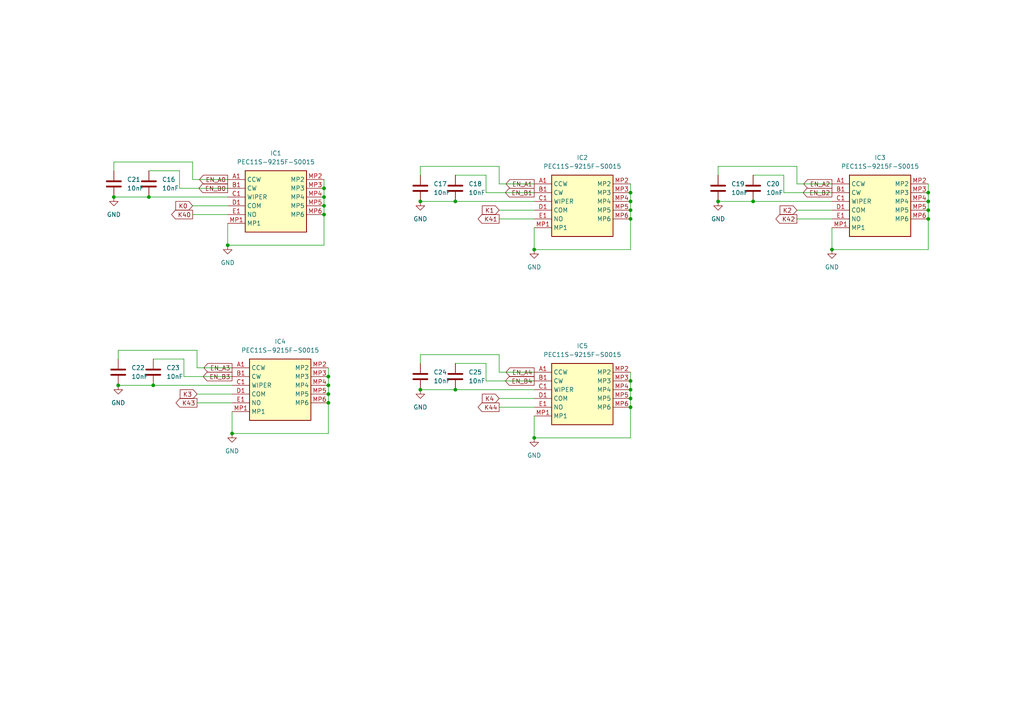
<source format=kicad_sch>
(kicad_sch
	(version 20231120)
	(generator "eeschema")
	(generator_version "8.0")
	(uuid "d867de20-62da-4287-a30d-a0a35f35c33d")
	(paper "A4")
	(lib_symbols
		(symbol "Device:C"
			(pin_numbers hide)
			(pin_names
				(offset 0.254)
			)
			(exclude_from_sim no)
			(in_bom yes)
			(on_board yes)
			(property "Reference" "C"
				(at 0.635 2.54 0)
				(effects
					(font
						(size 1.27 1.27)
					)
					(justify left)
				)
			)
			(property "Value" "C"
				(at 0.635 -2.54 0)
				(effects
					(font
						(size 1.27 1.27)
					)
					(justify left)
				)
			)
			(property "Footprint" ""
				(at 0.9652 -3.81 0)
				(effects
					(font
						(size 1.27 1.27)
					)
					(hide yes)
				)
			)
			(property "Datasheet" "~"
				(at 0 0 0)
				(effects
					(font
						(size 1.27 1.27)
					)
					(hide yes)
				)
			)
			(property "Description" "Unpolarized capacitor"
				(at 0 0 0)
				(effects
					(font
						(size 1.27 1.27)
					)
					(hide yes)
				)
			)
			(property "ki_keywords" "cap capacitor"
				(at 0 0 0)
				(effects
					(font
						(size 1.27 1.27)
					)
					(hide yes)
				)
			)
			(property "ki_fp_filters" "C_*"
				(at 0 0 0)
				(effects
					(font
						(size 1.27 1.27)
					)
					(hide yes)
				)
			)
			(symbol "C_0_1"
				(polyline
					(pts
						(xy -2.032 -0.762) (xy 2.032 -0.762)
					)
					(stroke
						(width 0.508)
						(type default)
					)
					(fill
						(type none)
					)
				)
				(polyline
					(pts
						(xy -2.032 0.762) (xy 2.032 0.762)
					)
					(stroke
						(width 0.508)
						(type default)
					)
					(fill
						(type none)
					)
				)
			)
			(symbol "C_1_1"
				(pin passive line
					(at 0 3.81 270)
					(length 2.794)
					(name "~"
						(effects
							(font
								(size 1.27 1.27)
							)
						)
					)
					(number "1"
						(effects
							(font
								(size 1.27 1.27)
							)
						)
					)
				)
				(pin passive line
					(at 0 -3.81 90)
					(length 2.794)
					(name "~"
						(effects
							(font
								(size 1.27 1.27)
							)
						)
					)
					(number "2"
						(effects
							(font
								(size 1.27 1.27)
							)
						)
					)
				)
			)
		)
		(symbol "PEC11S-9215F-S0015:PEC11S-9215F-S0015"
			(exclude_from_sim no)
			(in_bom yes)
			(on_board yes)
			(property "Reference" "IC"
				(at 24.13 7.62 0)
				(effects
					(font
						(size 1.27 1.27)
					)
					(justify left top)
				)
			)
			(property "Value" "PEC11S-9215F-S0015"
				(at 24.13 5.08 0)
				(effects
					(font
						(size 1.27 1.27)
					)
					(justify left top)
				)
			)
			(property "Footprint" "PEC11S9215FS0015"
				(at 24.13 -94.92 0)
				(effects
					(font
						(size 1.27 1.27)
					)
					(justify left top)
					(hide yes)
				)
			)
			(property "Datasheet" "https://www.bourns.com/docs/product-datasheets/PEC11S.pdf"
				(at 24.13 -194.92 0)
				(effects
					(font
						(size 1.27 1.27)
					)
					(justify left top)
					(hide yes)
				)
			)
			(property "Description" "Encoders 12 MM SMD INCREMENTAL ENCODER"
				(at 0 0 0)
				(effects
					(font
						(size 1.27 1.27)
					)
					(hide yes)
				)
			)
			(property "Height" "4.8"
				(at 24.13 -394.92 0)
				(effects
					(font
						(size 1.27 1.27)
					)
					(justify left top)
					(hide yes)
				)
			)
			(property "Manufacturer_Name" "Bourns"
				(at 24.13 -494.92 0)
				(effects
					(font
						(size 1.27 1.27)
					)
					(justify left top)
					(hide yes)
				)
			)
			(property "Manufacturer_Part_Number" "PEC11S-9215F-S0015"
				(at 24.13 -594.92 0)
				(effects
					(font
						(size 1.27 1.27)
					)
					(justify left top)
					(hide yes)
				)
			)
			(property "Mouser Part Number" "652-PEC11S9215FS0015"
				(at 24.13 -694.92 0)
				(effects
					(font
						(size 1.27 1.27)
					)
					(justify left top)
					(hide yes)
				)
			)
			(property "Mouser Price/Stock" "https://www.mouser.co.uk/ProductDetail/Bourns/PEC11S-9215F-S0015?qs=pxDZlBjcsCi9XScrNm8X5Q%3D%3D"
				(at 24.13 -794.92 0)
				(effects
					(font
						(size 1.27 1.27)
					)
					(justify left top)
					(hide yes)
				)
			)
			(property "Arrow Part Number" "PEC11S-9215F-S0015"
				(at 24.13 -894.92 0)
				(effects
					(font
						(size 1.27 1.27)
					)
					(justify left top)
					(hide yes)
				)
			)
			(property "Arrow Price/Stock" "https://www.arrow.com/en/products/pec11s-9215f-s0015/bourns?region=nac"
				(at 24.13 -994.92 0)
				(effects
					(font
						(size 1.27 1.27)
					)
					(justify left top)
					(hide yes)
				)
			)
			(symbol "PEC11S-9215F-S0015_1_1"
				(rectangle
					(start 5.08 2.54)
					(end 22.86 -15.24)
					(stroke
						(width 0.254)
						(type default)
					)
					(fill
						(type background)
					)
				)
				(pin passive line
					(at 0 0 0)
					(length 5.08)
					(name "CCW"
						(effects
							(font
								(size 1.27 1.27)
							)
						)
					)
					(number "A1"
						(effects
							(font
								(size 1.27 1.27)
							)
						)
					)
				)
				(pin passive line
					(at 0 -2.54 0)
					(length 5.08)
					(name "CW"
						(effects
							(font
								(size 1.27 1.27)
							)
						)
					)
					(number "B1"
						(effects
							(font
								(size 1.27 1.27)
							)
						)
					)
				)
				(pin passive line
					(at 0 -5.08 0)
					(length 5.08)
					(name "WIPER"
						(effects
							(font
								(size 1.27 1.27)
							)
						)
					)
					(number "C1"
						(effects
							(font
								(size 1.27 1.27)
							)
						)
					)
				)
				(pin passive line
					(at 0 -7.62 0)
					(length 5.08)
					(name "COM"
						(effects
							(font
								(size 1.27 1.27)
							)
						)
					)
					(number "D1"
						(effects
							(font
								(size 1.27 1.27)
							)
						)
					)
				)
				(pin passive line
					(at 0 -10.16 0)
					(length 5.08)
					(name "NO"
						(effects
							(font
								(size 1.27 1.27)
							)
						)
					)
					(number "E1"
						(effects
							(font
								(size 1.27 1.27)
							)
						)
					)
				)
				(pin passive line
					(at 0 -12.7 0)
					(length 5.08)
					(name "MP1"
						(effects
							(font
								(size 1.27 1.27)
							)
						)
					)
					(number "MP1"
						(effects
							(font
								(size 1.27 1.27)
							)
						)
					)
				)
				(pin passive line
					(at 27.94 0 180)
					(length 5.08)
					(name "MP2"
						(effects
							(font
								(size 1.27 1.27)
							)
						)
					)
					(number "MP2"
						(effects
							(font
								(size 1.27 1.27)
							)
						)
					)
				)
				(pin passive line
					(at 27.94 -2.54 180)
					(length 5.08)
					(name "MP3"
						(effects
							(font
								(size 1.27 1.27)
							)
						)
					)
					(number "MP3"
						(effects
							(font
								(size 1.27 1.27)
							)
						)
					)
				)
				(pin passive line
					(at 27.94 -5.08 180)
					(length 5.08)
					(name "MP4"
						(effects
							(font
								(size 1.27 1.27)
							)
						)
					)
					(number "MP4"
						(effects
							(font
								(size 1.27 1.27)
							)
						)
					)
				)
				(pin passive line
					(at 27.94 -7.62 180)
					(length 5.08)
					(name "MP5"
						(effects
							(font
								(size 1.27 1.27)
							)
						)
					)
					(number "MP5"
						(effects
							(font
								(size 1.27 1.27)
							)
						)
					)
				)
				(pin passive line
					(at 27.94 -10.16 180)
					(length 5.08)
					(name "MP6"
						(effects
							(font
								(size 1.27 1.27)
							)
						)
					)
					(number "MP6"
						(effects
							(font
								(size 1.27 1.27)
							)
						)
					)
				)
			)
		)
		(symbol "power:GND"
			(power)
			(pin_numbers hide)
			(pin_names
				(offset 0) hide)
			(exclude_from_sim no)
			(in_bom yes)
			(on_board yes)
			(property "Reference" "#PWR"
				(at 0 -6.35 0)
				(effects
					(font
						(size 1.27 1.27)
					)
					(hide yes)
				)
			)
			(property "Value" "GND"
				(at 0 -3.81 0)
				(effects
					(font
						(size 1.27 1.27)
					)
				)
			)
			(property "Footprint" ""
				(at 0 0 0)
				(effects
					(font
						(size 1.27 1.27)
					)
					(hide yes)
				)
			)
			(property "Datasheet" ""
				(at 0 0 0)
				(effects
					(font
						(size 1.27 1.27)
					)
					(hide yes)
				)
			)
			(property "Description" "Power symbol creates a global label with name \"GND\" , ground"
				(at 0 0 0)
				(effects
					(font
						(size 1.27 1.27)
					)
					(hide yes)
				)
			)
			(property "ki_keywords" "global power"
				(at 0 0 0)
				(effects
					(font
						(size 1.27 1.27)
					)
					(hide yes)
				)
			)
			(symbol "GND_0_1"
				(polyline
					(pts
						(xy 0 0) (xy 0 -1.27) (xy 1.27 -1.27) (xy 0 -2.54) (xy -1.27 -1.27) (xy 0 -1.27)
					)
					(stroke
						(width 0)
						(type default)
					)
					(fill
						(type none)
					)
				)
			)
			(symbol "GND_1_1"
				(pin power_in line
					(at 0 0 270)
					(length 0)
					(name "~"
						(effects
							(font
								(size 1.27 1.27)
							)
						)
					)
					(number "1"
						(effects
							(font
								(size 1.27 1.27)
							)
						)
					)
				)
			)
		)
	)
	(junction
		(at 182.88 60.96)
		(diameter 0)
		(color 0 0 0 0)
		(uuid "00ac4a48-90b6-4842-9dc8-f56fd46e8e73")
	)
	(junction
		(at 182.88 58.42)
		(diameter 0)
		(color 0 0 0 0)
		(uuid "060e0d4a-0b8d-4f24-adac-524b105c2322")
	)
	(junction
		(at 93.98 57.15)
		(diameter 0)
		(color 0 0 0 0)
		(uuid "117d772c-7443-44cc-a5ea-6ab8294454f8")
	)
	(junction
		(at 208.28 58.42)
		(diameter 0)
		(color 0 0 0 0)
		(uuid "129f797f-ef38-48b8-8eb7-88bfe4cd374f")
	)
	(junction
		(at 269.24 63.5)
		(diameter 0)
		(color 0 0 0 0)
		(uuid "1d311060-9270-4719-98a8-34ac2d0ded24")
	)
	(junction
		(at 95.25 114.3)
		(diameter 0)
		(color 0 0 0 0)
		(uuid "1dc8567d-87ba-46cf-91cb-bc0cae28d215")
	)
	(junction
		(at 154.94 72.39)
		(diameter 0)
		(color 0 0 0 0)
		(uuid "2180761f-9761-43f9-957c-5cd227a77271")
	)
	(junction
		(at 95.25 116.84)
		(diameter 0)
		(color 0 0 0 0)
		(uuid "232d7447-b725-43fa-883f-f8fac5d09660")
	)
	(junction
		(at 34.29 111.76)
		(diameter 0)
		(color 0 0 0 0)
		(uuid "27d97953-1b00-4c58-af9a-9aa16514ab5a")
	)
	(junction
		(at 182.88 55.88)
		(diameter 0)
		(color 0 0 0 0)
		(uuid "3ea31cd1-acd7-443f-a2ca-389b3438c38d")
	)
	(junction
		(at 269.24 60.96)
		(diameter 0)
		(color 0 0 0 0)
		(uuid "4014d544-c2ad-44ca-a713-f375e6b7fa86")
	)
	(junction
		(at 269.24 55.88)
		(diameter 0)
		(color 0 0 0 0)
		(uuid "434d89a4-5e4b-43a8-a87c-b9318c08858f")
	)
	(junction
		(at 121.92 113.03)
		(diameter 0)
		(color 0 0 0 0)
		(uuid "48208188-82ea-48a0-a881-a0f89a8b462d")
	)
	(junction
		(at 269.24 58.42)
		(diameter 0)
		(color 0 0 0 0)
		(uuid "498af01a-8ef4-443a-9911-1e9022c627bd")
	)
	(junction
		(at 93.98 62.23)
		(diameter 0)
		(color 0 0 0 0)
		(uuid "4b4a35fe-da4e-4a0a-af5c-801e28587bac")
	)
	(junction
		(at 182.88 115.57)
		(diameter 0)
		(color 0 0 0 0)
		(uuid "55008e29-89cd-4d54-a97b-d205938cf91f")
	)
	(junction
		(at 182.88 113.03)
		(diameter 0)
		(color 0 0 0 0)
		(uuid "563803e3-f14e-40e8-a724-f7de1c918462")
	)
	(junction
		(at 132.08 58.42)
		(diameter 0)
		(color 0 0 0 0)
		(uuid "5cc5eb8b-1da8-4f6f-9ef7-7889b457c4e5")
	)
	(junction
		(at 67.31 125.73)
		(diameter 0)
		(color 0 0 0 0)
		(uuid "5d7073c9-5bf9-462b-9a5b-30c627bb6830")
	)
	(junction
		(at 241.3 72.39)
		(diameter 0)
		(color 0 0 0 0)
		(uuid "5f6780af-d937-42ae-9829-8b982edc7598")
	)
	(junction
		(at 43.18 57.15)
		(diameter 0)
		(color 0 0 0 0)
		(uuid "64c476e9-b5c7-4873-ad6e-8c9fb6e1fd3c")
	)
	(junction
		(at 132.08 113.03)
		(diameter 0)
		(color 0 0 0 0)
		(uuid "76af4f83-37dd-4acc-aad4-eca8e9bf03fb")
	)
	(junction
		(at 33.02 57.15)
		(diameter 0)
		(color 0 0 0 0)
		(uuid "8596a037-9233-4766-8481-400b0948eda0")
	)
	(junction
		(at 44.45 111.76)
		(diameter 0)
		(color 0 0 0 0)
		(uuid "88ce245f-a900-4c7c-a902-9573fbe1c2be")
	)
	(junction
		(at 95.25 111.76)
		(diameter 0)
		(color 0 0 0 0)
		(uuid "8f3ba215-344b-47b0-81ad-7a112995105b")
	)
	(junction
		(at 95.25 109.22)
		(diameter 0)
		(color 0 0 0 0)
		(uuid "9d3ac6b7-6f44-4441-ba8d-0690bbd68e64")
	)
	(junction
		(at 182.88 110.49)
		(diameter 0)
		(color 0 0 0 0)
		(uuid "9ea48a15-7dde-4bfe-9a6e-48f0b4389855")
	)
	(junction
		(at 66.04 71.12)
		(diameter 0)
		(color 0 0 0 0)
		(uuid "a270ca0a-bd8f-4e9d-a3ec-6028c534bff6")
	)
	(junction
		(at 182.88 118.11)
		(diameter 0)
		(color 0 0 0 0)
		(uuid "a38dbfca-0352-456d-8dc4-e69ecf823cec")
	)
	(junction
		(at 93.98 54.61)
		(diameter 0)
		(color 0 0 0 0)
		(uuid "b2943f57-97ad-42c1-aeae-f935ea714c4e")
	)
	(junction
		(at 93.98 59.69)
		(diameter 0)
		(color 0 0 0 0)
		(uuid "bd327f02-e41c-40c5-9db9-ab4e09904f99")
	)
	(junction
		(at 154.94 127)
		(diameter 0)
		(color 0 0 0 0)
		(uuid "d52a9cc9-1200-49df-978d-60032d29a47f")
	)
	(junction
		(at 182.88 63.5)
		(diameter 0)
		(color 0 0 0 0)
		(uuid "e33db35d-0171-432f-80df-4cfbb41899cb")
	)
	(junction
		(at 121.92 58.42)
		(diameter 0)
		(color 0 0 0 0)
		(uuid "ef36cb21-5176-40c6-b0ec-ad093f9278ad")
	)
	(junction
		(at 218.44 58.42)
		(diameter 0)
		(color 0 0 0 0)
		(uuid "f0b5238d-1cc0-40a4-bf63-723561b80411")
	)
	(wire
		(pts
			(xy 182.88 60.96) (xy 182.88 58.42)
		)
		(stroke
			(width 0)
			(type default)
		)
		(uuid "0053651e-2fe5-4a27-bf90-32b68f375245")
	)
	(wire
		(pts
			(xy 55.88 62.23) (xy 66.04 62.23)
		)
		(stroke
			(width 0)
			(type default)
		)
		(uuid "00c76830-6797-40cf-8547-dc24b51fe1cd")
	)
	(wire
		(pts
			(xy 93.98 57.15) (xy 93.98 54.61)
		)
		(stroke
			(width 0)
			(type default)
		)
		(uuid "0bc0ade2-af69-45b6-bcdb-11bcd13294e1")
	)
	(wire
		(pts
			(xy 144.78 118.11) (xy 154.94 118.11)
		)
		(stroke
			(width 0)
			(type default)
		)
		(uuid "0fdf682b-5105-4ac8-8d4e-b8ee49718fd7")
	)
	(wire
		(pts
			(xy 121.92 58.42) (xy 132.08 58.42)
		)
		(stroke
			(width 0)
			(type default)
		)
		(uuid "11407b91-72f1-4793-8a88-0b16f3bd3647")
	)
	(wire
		(pts
			(xy 67.31 125.73) (xy 95.25 125.73)
		)
		(stroke
			(width 0)
			(type default)
		)
		(uuid "15fc98ae-b971-4fd0-b9c1-733ac480c2ef")
	)
	(wire
		(pts
			(xy 182.88 58.42) (xy 182.88 55.88)
		)
		(stroke
			(width 0)
			(type default)
		)
		(uuid "195652f9-2f51-4c6c-90e3-8606875fe6df")
	)
	(wire
		(pts
			(xy 144.78 115.57) (xy 154.94 115.57)
		)
		(stroke
			(width 0)
			(type default)
		)
		(uuid "1ea9a90e-258c-4f79-bab8-a0f0bd3253d1")
	)
	(wire
		(pts
			(xy 241.3 72.39) (xy 269.24 72.39)
		)
		(stroke
			(width 0)
			(type default)
		)
		(uuid "233d43a1-3214-429f-b07d-74ea7d602242")
	)
	(wire
		(pts
			(xy 182.88 55.88) (xy 182.88 53.34)
		)
		(stroke
			(width 0)
			(type default)
		)
		(uuid "2447f264-2eb6-4033-94bf-9a9cc1774556")
	)
	(wire
		(pts
			(xy 208.28 48.26) (xy 208.28 50.8)
		)
		(stroke
			(width 0)
			(type default)
		)
		(uuid "25412a5c-944a-4bdf-affd-54abd9f8e3df")
	)
	(wire
		(pts
			(xy 121.92 48.26) (xy 121.92 50.8)
		)
		(stroke
			(width 0)
			(type default)
		)
		(uuid "2b0ea5e1-369e-45be-afd1-475a9fd1c0cf")
	)
	(wire
		(pts
			(xy 144.78 102.87) (xy 121.92 102.87)
		)
		(stroke
			(width 0)
			(type default)
		)
		(uuid "2e7b094a-afc9-4001-9660-81899b307695")
	)
	(wire
		(pts
			(xy 227.33 50.8) (xy 227.33 55.88)
		)
		(stroke
			(width 0)
			(type default)
		)
		(uuid "31a68107-0443-4802-a168-7b38ab6ec6e3")
	)
	(wire
		(pts
			(xy 140.97 55.88) (xy 154.94 55.88)
		)
		(stroke
			(width 0)
			(type default)
		)
		(uuid "35ad2d66-d021-4358-94a0-ce54b6ff69a8")
	)
	(wire
		(pts
			(xy 67.31 119.38) (xy 67.31 125.73)
		)
		(stroke
			(width 0)
			(type default)
		)
		(uuid "35e0bf47-4158-4b92-9a58-73eafdc2c9fc")
	)
	(wire
		(pts
			(xy 182.88 63.5) (xy 182.88 60.96)
		)
		(stroke
			(width 0)
			(type default)
		)
		(uuid "3e45ebbd-0340-41b6-80ff-f729bbaa667b")
	)
	(wire
		(pts
			(xy 66.04 71.12) (xy 93.98 71.12)
		)
		(stroke
			(width 0)
			(type default)
		)
		(uuid "3f5fd586-16a8-43ff-b4bb-e0aba49289ee")
	)
	(wire
		(pts
			(xy 154.94 120.65) (xy 154.94 127)
		)
		(stroke
			(width 0)
			(type default)
		)
		(uuid "40f60cf4-243c-4865-95f5-b7de00aeb7d8")
	)
	(wire
		(pts
			(xy 182.88 110.49) (xy 182.88 107.95)
		)
		(stroke
			(width 0)
			(type default)
		)
		(uuid "465f082d-07c2-475c-9fb1-b7fdd2734e6e")
	)
	(wire
		(pts
			(xy 53.34 109.22) (xy 67.31 109.22)
		)
		(stroke
			(width 0)
			(type default)
		)
		(uuid "48ecd132-657c-4d14-bbb1-31c4942c997a")
	)
	(wire
		(pts
			(xy 95.25 116.84) (xy 95.25 114.3)
		)
		(stroke
			(width 0)
			(type default)
		)
		(uuid "4a5e9b10-bc6e-4b29-9283-367d40925932")
	)
	(wire
		(pts
			(xy 93.98 62.23) (xy 93.98 59.69)
		)
		(stroke
			(width 0)
			(type default)
		)
		(uuid "4dc2e148-d81b-4729-9674-8c6f88f08032")
	)
	(wire
		(pts
			(xy 57.15 106.68) (xy 57.15 101.6)
		)
		(stroke
			(width 0)
			(type default)
		)
		(uuid "51304be6-9c1a-45b5-af14-489ca98e8abf")
	)
	(wire
		(pts
			(xy 182.88 127) (xy 182.88 118.11)
		)
		(stroke
			(width 0)
			(type default)
		)
		(uuid "51a83fca-e32f-4478-bd6e-4377d018188f")
	)
	(wire
		(pts
			(xy 57.15 106.68) (xy 67.31 106.68)
		)
		(stroke
			(width 0)
			(type default)
		)
		(uuid "57979415-341c-498c-b5d9-bb46b6caec15")
	)
	(wire
		(pts
			(xy 182.88 115.57) (xy 182.88 113.03)
		)
		(stroke
			(width 0)
			(type default)
		)
		(uuid "5cc37353-ef7e-40a6-933f-5e96bd27b77a")
	)
	(wire
		(pts
			(xy 132.08 50.8) (xy 140.97 50.8)
		)
		(stroke
			(width 0)
			(type default)
		)
		(uuid "6885df1a-73f8-40a6-b657-e504dc08edca")
	)
	(wire
		(pts
			(xy 52.07 49.53) (xy 52.07 54.61)
		)
		(stroke
			(width 0)
			(type default)
		)
		(uuid "6c505970-9f64-4e2b-a273-c6c34b070036")
	)
	(wire
		(pts
			(xy 182.88 72.39) (xy 182.88 63.5)
		)
		(stroke
			(width 0)
			(type default)
		)
		(uuid "7461043e-fc21-4604-b414-db0c97d16fd3")
	)
	(wire
		(pts
			(xy 93.98 54.61) (xy 93.98 52.07)
		)
		(stroke
			(width 0)
			(type default)
		)
		(uuid "7801c159-65e4-46f2-8109-6f5eb9ce7d58")
	)
	(wire
		(pts
			(xy 144.78 48.26) (xy 121.92 48.26)
		)
		(stroke
			(width 0)
			(type default)
		)
		(uuid "7ac5f4c4-25d6-4db8-b08d-e9c585026a0c")
	)
	(wire
		(pts
			(xy 231.14 53.34) (xy 231.14 48.26)
		)
		(stroke
			(width 0)
			(type default)
		)
		(uuid "7e1357b7-cdf9-48be-b8d1-26f706cbe1e1")
	)
	(wire
		(pts
			(xy 269.24 58.42) (xy 269.24 55.88)
		)
		(stroke
			(width 0)
			(type default)
		)
		(uuid "7e1dbcf3-a586-47a3-836e-13902ad0b9f7")
	)
	(wire
		(pts
			(xy 154.94 127) (xy 182.88 127)
		)
		(stroke
			(width 0)
			(type default)
		)
		(uuid "80879c6e-cf33-434c-88be-8b92b44a6d60")
	)
	(wire
		(pts
			(xy 144.78 107.95) (xy 154.94 107.95)
		)
		(stroke
			(width 0)
			(type default)
		)
		(uuid "81cc4ccf-eb99-4e8b-b205-fef2a58ad836")
	)
	(wire
		(pts
			(xy 144.78 53.34) (xy 154.94 53.34)
		)
		(stroke
			(width 0)
			(type default)
		)
		(uuid "836db486-0c41-4497-8d56-ee1e1ac07183")
	)
	(wire
		(pts
			(xy 121.92 113.03) (xy 132.08 113.03)
		)
		(stroke
			(width 0)
			(type default)
		)
		(uuid "845acdd0-399e-48c3-a09e-8e617428fdba")
	)
	(wire
		(pts
			(xy 269.24 55.88) (xy 269.24 53.34)
		)
		(stroke
			(width 0)
			(type default)
		)
		(uuid "847a865f-9c5d-452d-9e29-18cc89564822")
	)
	(wire
		(pts
			(xy 95.25 109.22) (xy 95.25 106.68)
		)
		(stroke
			(width 0)
			(type default)
		)
		(uuid "85d420f1-9eb4-4842-b63d-5f02cba0706b")
	)
	(wire
		(pts
			(xy 44.45 104.14) (xy 53.34 104.14)
		)
		(stroke
			(width 0)
			(type default)
		)
		(uuid "87bc6294-4ce7-41b2-997c-6819b9a6a16b")
	)
	(wire
		(pts
			(xy 140.97 110.49) (xy 154.94 110.49)
		)
		(stroke
			(width 0)
			(type default)
		)
		(uuid "8ac27db0-d7cd-459a-b6dc-b67a792cc067")
	)
	(wire
		(pts
			(xy 269.24 60.96) (xy 269.24 58.42)
		)
		(stroke
			(width 0)
			(type default)
		)
		(uuid "8c46270d-cfd7-44de-90c6-38b9fa9112dc")
	)
	(wire
		(pts
			(xy 52.07 54.61) (xy 66.04 54.61)
		)
		(stroke
			(width 0)
			(type default)
		)
		(uuid "8ce29ff1-f0d6-4964-be04-05ab3b6c3d56")
	)
	(wire
		(pts
			(xy 154.94 66.04) (xy 154.94 72.39)
		)
		(stroke
			(width 0)
			(type default)
		)
		(uuid "8e9e6e8e-3b7d-4187-8bb0-2fd95ecf5a47")
	)
	(wire
		(pts
			(xy 231.14 53.34) (xy 241.3 53.34)
		)
		(stroke
			(width 0)
			(type default)
		)
		(uuid "92d31afa-995d-45b4-bf96-3974f2ef5f3f")
	)
	(wire
		(pts
			(xy 95.25 111.76) (xy 95.25 109.22)
		)
		(stroke
			(width 0)
			(type default)
		)
		(uuid "96112de4-52ac-463e-a700-3c354d4f787e")
	)
	(wire
		(pts
			(xy 55.88 59.69) (xy 66.04 59.69)
		)
		(stroke
			(width 0)
			(type default)
		)
		(uuid "9ef94f06-df00-4d35-bbcc-179e6b376581")
	)
	(wire
		(pts
			(xy 182.88 113.03) (xy 182.88 110.49)
		)
		(stroke
			(width 0)
			(type default)
		)
		(uuid "a1c90cda-376c-4053-acf1-60de31af6093")
	)
	(wire
		(pts
			(xy 44.45 111.76) (xy 67.31 111.76)
		)
		(stroke
			(width 0)
			(type default)
		)
		(uuid "a278d22d-55e8-4d54-b342-a038ac6f6a03")
	)
	(wire
		(pts
			(xy 231.14 63.5) (xy 241.3 63.5)
		)
		(stroke
			(width 0)
			(type default)
		)
		(uuid "a3ffaec2-8eef-4e49-90fc-8a5edddec43b")
	)
	(wire
		(pts
			(xy 144.78 60.96) (xy 154.94 60.96)
		)
		(stroke
			(width 0)
			(type default)
		)
		(uuid "a40d196d-c7a6-43e5-bad6-30274589c4c8")
	)
	(wire
		(pts
			(xy 34.29 111.76) (xy 44.45 111.76)
		)
		(stroke
			(width 0)
			(type default)
		)
		(uuid "a4fe4845-4457-4f01-94f9-c3496b585b0d")
	)
	(wire
		(pts
			(xy 269.24 63.5) (xy 269.24 60.96)
		)
		(stroke
			(width 0)
			(type default)
		)
		(uuid "a827c213-d611-4894-bba8-585a1e2ea229")
	)
	(wire
		(pts
			(xy 144.78 63.5) (xy 154.94 63.5)
		)
		(stroke
			(width 0)
			(type default)
		)
		(uuid "ae268fed-0111-4531-a721-ee4a646c89dc")
	)
	(wire
		(pts
			(xy 93.98 59.69) (xy 93.98 57.15)
		)
		(stroke
			(width 0)
			(type default)
		)
		(uuid "b3a0b160-59cf-4858-bd8c-44a215d10beb")
	)
	(wire
		(pts
			(xy 34.29 101.6) (xy 34.29 104.14)
		)
		(stroke
			(width 0)
			(type default)
		)
		(uuid "b5bc7d6f-287d-4fd0-9fdd-0dfd37d25ba4")
	)
	(wire
		(pts
			(xy 132.08 58.42) (xy 154.94 58.42)
		)
		(stroke
			(width 0)
			(type default)
		)
		(uuid "bb32924e-6e28-481c-bbb9-6840c84c5550")
	)
	(wire
		(pts
			(xy 55.88 52.07) (xy 66.04 52.07)
		)
		(stroke
			(width 0)
			(type default)
		)
		(uuid "bb3b15cf-e2ce-4f1f-9f98-cf7f255e013d")
	)
	(wire
		(pts
			(xy 218.44 50.8) (xy 227.33 50.8)
		)
		(stroke
			(width 0)
			(type default)
		)
		(uuid "bc852846-59e9-4852-b550-38953b003ed5")
	)
	(wire
		(pts
			(xy 55.88 52.07) (xy 55.88 46.99)
		)
		(stroke
			(width 0)
			(type default)
		)
		(uuid "bc99b451-7d3e-4679-a737-347d8fcbab5d")
	)
	(wire
		(pts
			(xy 218.44 58.42) (xy 241.3 58.42)
		)
		(stroke
			(width 0)
			(type default)
		)
		(uuid "c158d34f-3fc2-4d01-8c65-81dde5c54774")
	)
	(wire
		(pts
			(xy 231.14 48.26) (xy 208.28 48.26)
		)
		(stroke
			(width 0)
			(type default)
		)
		(uuid "c3af8fd8-4262-466b-81fb-3438415d0a05")
	)
	(wire
		(pts
			(xy 140.97 105.41) (xy 140.97 110.49)
		)
		(stroke
			(width 0)
			(type default)
		)
		(uuid "c985d879-0ff0-41b6-9237-e2dd6c37b7dc")
	)
	(wire
		(pts
			(xy 144.78 53.34) (xy 144.78 48.26)
		)
		(stroke
			(width 0)
			(type default)
		)
		(uuid "ca7efb89-300c-47f6-93f4-5b6fecd10a0a")
	)
	(wire
		(pts
			(xy 121.92 102.87) (xy 121.92 105.41)
		)
		(stroke
			(width 0)
			(type default)
		)
		(uuid "cb73fa77-a8bb-4d07-a83b-b0f56f62a6a0")
	)
	(wire
		(pts
			(xy 140.97 50.8) (xy 140.97 55.88)
		)
		(stroke
			(width 0)
			(type default)
		)
		(uuid "cd030847-2b14-4c3a-a64c-20ee25a85f86")
	)
	(wire
		(pts
			(xy 208.28 58.42) (xy 218.44 58.42)
		)
		(stroke
			(width 0)
			(type default)
		)
		(uuid "ce82c46c-a971-424a-9b7c-149284729efa")
	)
	(wire
		(pts
			(xy 33.02 46.99) (xy 33.02 49.53)
		)
		(stroke
			(width 0)
			(type default)
		)
		(uuid "d099b100-fe48-4c10-906f-5b55ae2e06fb")
	)
	(wire
		(pts
			(xy 132.08 113.03) (xy 154.94 113.03)
		)
		(stroke
			(width 0)
			(type default)
		)
		(uuid "d29b7b02-6973-4efe-af40-7c89a6237278")
	)
	(wire
		(pts
			(xy 43.18 49.53) (xy 52.07 49.53)
		)
		(stroke
			(width 0)
			(type default)
		)
		(uuid "d2c75263-e5f3-4669-81b9-356c11c2449e")
	)
	(wire
		(pts
			(xy 95.25 125.73) (xy 95.25 116.84)
		)
		(stroke
			(width 0)
			(type default)
		)
		(uuid "d5bab65e-848d-4942-b012-20e22f228c5a")
	)
	(wire
		(pts
			(xy 55.88 46.99) (xy 33.02 46.99)
		)
		(stroke
			(width 0)
			(type default)
		)
		(uuid "d8adfb02-b9be-4ddd-a979-5c6efcf4bc16")
	)
	(wire
		(pts
			(xy 95.25 114.3) (xy 95.25 111.76)
		)
		(stroke
			(width 0)
			(type default)
		)
		(uuid "d8b2279f-4137-4da8-a537-4188ea5d1a34")
	)
	(wire
		(pts
			(xy 43.18 57.15) (xy 66.04 57.15)
		)
		(stroke
			(width 0)
			(type default)
		)
		(uuid "d9514b27-02af-42e3-895b-a3fe661aa72c")
	)
	(wire
		(pts
			(xy 66.04 64.77) (xy 66.04 71.12)
		)
		(stroke
			(width 0)
			(type default)
		)
		(uuid "db71c065-b6f4-4b9c-8a50-7e5ee0c72a3c")
	)
	(wire
		(pts
			(xy 182.88 118.11) (xy 182.88 115.57)
		)
		(stroke
			(width 0)
			(type default)
		)
		(uuid "db7a5e7e-3d55-4dba-a1ec-fdd551a442a6")
	)
	(wire
		(pts
			(xy 57.15 114.3) (xy 67.31 114.3)
		)
		(stroke
			(width 0)
			(type default)
		)
		(uuid "dbd4cbc3-ba26-4605-8b18-d0043798f56a")
	)
	(wire
		(pts
			(xy 53.34 104.14) (xy 53.34 109.22)
		)
		(stroke
			(width 0)
			(type default)
		)
		(uuid "dfccc879-4da9-4d7c-819f-570ed79387ed")
	)
	(wire
		(pts
			(xy 241.3 66.04) (xy 241.3 72.39)
		)
		(stroke
			(width 0)
			(type default)
		)
		(uuid "e0984659-22bb-4df2-b883-209677ae8d78")
	)
	(wire
		(pts
			(xy 269.24 72.39) (xy 269.24 63.5)
		)
		(stroke
			(width 0)
			(type default)
		)
		(uuid "e2cb4c7f-d7eb-4e6c-80d4-df1a6a8b24e6")
	)
	(wire
		(pts
			(xy 57.15 101.6) (xy 34.29 101.6)
		)
		(stroke
			(width 0)
			(type default)
		)
		(uuid "ea1ee347-941c-4ba8-b0fb-ee223a7bf12a")
	)
	(wire
		(pts
			(xy 132.08 105.41) (xy 140.97 105.41)
		)
		(stroke
			(width 0)
			(type default)
		)
		(uuid "ea334a50-7c01-4f5a-b726-6dd2ebf1113b")
	)
	(wire
		(pts
			(xy 57.15 116.84) (xy 67.31 116.84)
		)
		(stroke
			(width 0)
			(type default)
		)
		(uuid "ed5738e8-16d8-447f-8c44-c43457b18cbe")
	)
	(wire
		(pts
			(xy 231.14 60.96) (xy 241.3 60.96)
		)
		(stroke
			(width 0)
			(type default)
		)
		(uuid "f610c026-5f26-429f-b458-c47e915084ff")
	)
	(wire
		(pts
			(xy 227.33 55.88) (xy 241.3 55.88)
		)
		(stroke
			(width 0)
			(type default)
		)
		(uuid "f8382a67-738e-42b2-9575-53938a6c5006")
	)
	(wire
		(pts
			(xy 33.02 57.15) (xy 43.18 57.15)
		)
		(stroke
			(width 0)
			(type default)
		)
		(uuid "f85e3dc2-5297-48f6-8519-4e64de1c02d8")
	)
	(wire
		(pts
			(xy 93.98 71.12) (xy 93.98 62.23)
		)
		(stroke
			(width 0)
			(type default)
		)
		(uuid "f8f67f69-2803-40b4-b490-ab2f51728905")
	)
	(wire
		(pts
			(xy 154.94 72.39) (xy 182.88 72.39)
		)
		(stroke
			(width 0)
			(type default)
		)
		(uuid "f994ac5b-0240-4011-909d-4888ff737ffb")
	)
	(wire
		(pts
			(xy 144.78 107.95) (xy 144.78 102.87)
		)
		(stroke
			(width 0)
			(type default)
		)
		(uuid "fb1f45e4-f8f8-4443-a739-15430bcddb66")
	)
	(global_label "K0"
		(shape input)
		(at 55.88 59.69 180)
		(fields_autoplaced yes)
		(effects
			(font
				(size 1.27 1.27)
			)
			(justify right)
		)
		(uuid "05e2342c-56ab-442e-9a87-baff132a0fc7")
		(property "Intersheetrefs" "${INTERSHEET_REFS}"
			(at 50.4153 59.69 0)
			(effects
				(font
					(size 1.27 1.27)
				)
				(justify right)
				(hide yes)
			)
		)
	)
	(global_label "EN_B3"
		(shape output)
		(at 67.31 109.22 180)
		(fields_autoplaced yes)
		(effects
			(font
				(size 1.27 1.27)
			)
			(justify right)
		)
		(uuid "0ed31284-4473-4f00-9215-eba10aecffb9")
		(property "Intersheetrefs" "${INTERSHEET_REFS}"
			(at 58.3982 109.22 0)
			(effects
				(font
					(size 1.27 1.27)
				)
				(justify right)
				(hide yes)
			)
		)
	)
	(global_label "K44"
		(shape output)
		(at 144.78 118.11 180)
		(fields_autoplaced yes)
		(effects
			(font
				(size 1.27 1.27)
			)
			(justify right)
		)
		(uuid "1dac2223-ffe2-41e8-8888-4eeaddaccb2b")
		(property "Intersheetrefs" "${INTERSHEET_REFS}"
			(at 138.1058 118.11 0)
			(effects
				(font
					(size 1.27 1.27)
				)
				(justify right)
				(hide yes)
			)
		)
	)
	(global_label "K4"
		(shape input)
		(at 144.78 115.57 180)
		(fields_autoplaced yes)
		(effects
			(font
				(size 1.27 1.27)
			)
			(justify right)
		)
		(uuid "2e9cabde-d511-4b41-8ca2-c96c874bd0b5")
		(property "Intersheetrefs" "${INTERSHEET_REFS}"
			(at 139.3153 115.57 0)
			(effects
				(font
					(size 1.27 1.27)
				)
				(justify right)
				(hide yes)
			)
		)
	)
	(global_label "EN_A2"
		(shape output)
		(at 241.3 53.34 180)
		(fields_autoplaced yes)
		(effects
			(font
				(size 1.27 1.27)
			)
			(justify right)
		)
		(uuid "4aa08b8e-0b29-436a-8d13-5f5d4ce0f251")
		(property "Intersheetrefs" "${INTERSHEET_REFS}"
			(at 232.5696 53.34 0)
			(effects
				(font
					(size 1.27 1.27)
				)
				(justify right)
				(hide yes)
			)
		)
	)
	(global_label "K1"
		(shape input)
		(at 144.78 60.96 180)
		(fields_autoplaced yes)
		(effects
			(font
				(size 1.27 1.27)
			)
			(justify right)
		)
		(uuid "5ec2ac43-31a0-4ff2-837a-f20e2ac3ba1e")
		(property "Intersheetrefs" "${INTERSHEET_REFS}"
			(at 139.3153 60.96 0)
			(effects
				(font
					(size 1.27 1.27)
				)
				(justify right)
				(hide yes)
			)
		)
	)
	(global_label "K3"
		(shape input)
		(at 57.15 114.3 180)
		(fields_autoplaced yes)
		(effects
			(font
				(size 1.27 1.27)
			)
			(justify right)
		)
		(uuid "5f737459-2423-4be9-aeae-d4d365ab0cd1")
		(property "Intersheetrefs" "${INTERSHEET_REFS}"
			(at 51.6853 114.3 0)
			(effects
				(font
					(size 1.27 1.27)
				)
				(justify right)
				(hide yes)
			)
		)
	)
	(global_label "EN_A1"
		(shape output)
		(at 154.94 53.34 180)
		(fields_autoplaced yes)
		(effects
			(font
				(size 1.27 1.27)
			)
			(justify right)
		)
		(uuid "64882e93-7500-4e09-bd02-3be024374db6")
		(property "Intersheetrefs" "${INTERSHEET_REFS}"
			(at 146.2096 53.34 0)
			(effects
				(font
					(size 1.27 1.27)
				)
				(justify right)
				(hide yes)
			)
		)
	)
	(global_label "EN_B1"
		(shape output)
		(at 154.94 55.88 180)
		(fields_autoplaced yes)
		(effects
			(font
				(size 1.27 1.27)
			)
			(justify right)
		)
		(uuid "81306ef5-4ac1-4751-89a5-084171bed8f4")
		(property "Intersheetrefs" "${INTERSHEET_REFS}"
			(at 146.0282 55.88 0)
			(effects
				(font
					(size 1.27 1.27)
				)
				(justify right)
				(hide yes)
			)
		)
	)
	(global_label "K41"
		(shape output)
		(at 144.78 63.5 180)
		(fields_autoplaced yes)
		(effects
			(font
				(size 1.27 1.27)
			)
			(justify right)
		)
		(uuid "8ae59b2d-3657-43e0-a614-c98115abda69")
		(property "Intersheetrefs" "${INTERSHEET_REFS}"
			(at 138.1058 63.5 0)
			(effects
				(font
					(size 1.27 1.27)
				)
				(justify right)
				(hide yes)
			)
		)
	)
	(global_label "EN_A4"
		(shape output)
		(at 154.94 107.95 180)
		(fields_autoplaced yes)
		(effects
			(font
				(size 1.27 1.27)
			)
			(justify right)
		)
		(uuid "8f38e6ad-f249-4bb6-8c62-3ca6d3702806")
		(property "Intersheetrefs" "${INTERSHEET_REFS}"
			(at 146.2096 107.95 0)
			(effects
				(font
					(size 1.27 1.27)
				)
				(justify right)
				(hide yes)
			)
		)
	)
	(global_label "K43"
		(shape output)
		(at 57.15 116.84 180)
		(fields_autoplaced yes)
		(effects
			(font
				(size 1.27 1.27)
			)
			(justify right)
		)
		(uuid "90e08ece-5c4b-40de-93dd-3edc8520babd")
		(property "Intersheetrefs" "${INTERSHEET_REFS}"
			(at 50.4758 116.84 0)
			(effects
				(font
					(size 1.27 1.27)
				)
				(justify right)
				(hide yes)
			)
		)
	)
	(global_label "EN_A3"
		(shape output)
		(at 67.31 106.68 180)
		(fields_autoplaced yes)
		(effects
			(font
				(size 1.27 1.27)
			)
			(justify right)
		)
		(uuid "a7a057c3-5d4a-4f2d-a02c-51234d312b52")
		(property "Intersheetrefs" "${INTERSHEET_REFS}"
			(at 58.5796 106.68 0)
			(effects
				(font
					(size 1.27 1.27)
				)
				(justify right)
				(hide yes)
			)
		)
	)
	(global_label "EN_B2"
		(shape output)
		(at 241.3 55.88 180)
		(fields_autoplaced yes)
		(effects
			(font
				(size 1.27 1.27)
			)
			(justify right)
		)
		(uuid "a7a1bded-b95b-4035-a549-300cbd6d3149")
		(property "Intersheetrefs" "${INTERSHEET_REFS}"
			(at 232.3882 55.88 0)
			(effects
				(font
					(size 1.27 1.27)
				)
				(justify right)
				(hide yes)
			)
		)
	)
	(global_label "K42"
		(shape output)
		(at 231.14 63.5 180)
		(fields_autoplaced yes)
		(effects
			(font
				(size 1.27 1.27)
			)
			(justify right)
		)
		(uuid "a8e795f7-6177-4042-96f0-b356028ec7c1")
		(property "Intersheetrefs" "${INTERSHEET_REFS}"
			(at 224.4658 63.5 0)
			(effects
				(font
					(size 1.27 1.27)
				)
				(justify right)
				(hide yes)
			)
		)
	)
	(global_label "EN_B4"
		(shape output)
		(at 154.94 110.49 180)
		(fields_autoplaced yes)
		(effects
			(font
				(size 1.27 1.27)
			)
			(justify right)
		)
		(uuid "b663dd3d-c589-4966-9dcd-0da751ea8cc7")
		(property "Intersheetrefs" "${INTERSHEET_REFS}"
			(at 146.0282 110.49 0)
			(effects
				(font
					(size 1.27 1.27)
				)
				(justify right)
				(hide yes)
			)
		)
	)
	(global_label "K2"
		(shape input)
		(at 231.14 60.96 180)
		(fields_autoplaced yes)
		(effects
			(font
				(size 1.27 1.27)
			)
			(justify right)
		)
		(uuid "d024edea-a22a-44be-a75b-8a60b1464c4f")
		(property "Intersheetrefs" "${INTERSHEET_REFS}"
			(at 225.6753 60.96 0)
			(effects
				(font
					(size 1.27 1.27)
				)
				(justify right)
				(hide yes)
			)
		)
	)
	(global_label "EN_A0"
		(shape output)
		(at 66.04 52.07 180)
		(fields_autoplaced yes)
		(effects
			(font
				(size 1.27 1.27)
			)
			(justify right)
		)
		(uuid "e29b2b71-482a-41e3-bcf7-2263de3715b6")
		(property "Intersheetrefs" "${INTERSHEET_REFS}"
			(at 57.3096 52.07 0)
			(effects
				(font
					(size 1.27 1.27)
				)
				(justify right)
				(hide yes)
			)
		)
	)
	(global_label "EN_B0"
		(shape output)
		(at 66.04 54.61 180)
		(fields_autoplaced yes)
		(effects
			(font
				(size 1.27 1.27)
			)
			(justify right)
		)
		(uuid "f4c2e455-5911-4e2c-bd50-cd53492a4e47")
		(property "Intersheetrefs" "${INTERSHEET_REFS}"
			(at 57.1282 54.61 0)
			(effects
				(font
					(size 1.27 1.27)
				)
				(justify right)
				(hide yes)
			)
		)
	)
	(global_label "K40"
		(shape output)
		(at 55.88 62.23 180)
		(fields_autoplaced yes)
		(effects
			(font
				(size 1.27 1.27)
			)
			(justify right)
		)
		(uuid "fbab6576-abd8-473a-8c06-5b6ad50e6e71")
		(property "Intersheetrefs" "${INTERSHEET_REFS}"
			(at 49.2058 62.23 0)
			(effects
				(font
					(size 1.27 1.27)
				)
				(justify right)
				(hide yes)
			)
		)
	)
	(symbol
		(lib_id "Device:C")
		(at 34.29 107.95 0)
		(unit 1)
		(exclude_from_sim no)
		(in_bom yes)
		(on_board yes)
		(dnp no)
		(fields_autoplaced yes)
		(uuid "0a9bb8d4-fd78-4c5d-99ad-24af2e16378a")
		(property "Reference" "C22"
			(at 38.1 106.6799 0)
			(effects
				(font
					(size 1.27 1.27)
				)
				(justify left)
			)
		)
		(property "Value" "10nF"
			(at 38.1 109.2199 0)
			(effects
				(font
					(size 1.27 1.27)
				)
				(justify left)
			)
		)
		(property "Footprint" "Capacitor_SMD:C_0603_1608Metric"
			(at 35.2552 111.76 0)
			(effects
				(font
					(size 1.27 1.27)
				)
				(hide yes)
			)
		)
		(property "Datasheet" "~"
			(at 34.29 107.95 0)
			(effects
				(font
					(size 1.27 1.27)
				)
				(hide yes)
			)
		)
		(property "Description" "Unpolarized capacitor"
			(at 34.29 107.95 0)
			(effects
				(font
					(size 1.27 1.27)
				)
				(hide yes)
			)
		)
		(pin "2"
			(uuid "3608e3bb-ea15-4b8d-8faf-773c11763523")
		)
		(pin "1"
			(uuid "688c3177-e5b7-4325-8482-e089b43d85dc")
		)
		(instances
			(project "sdr"
				(path "/e4d3289e-0ccf-4dc8-988c-0c08b099df28/0cfa3034-7e9c-4cd2-884d-3df058e66a17"
					(reference "C22")
					(unit 1)
				)
			)
		)
	)
	(symbol
		(lib_id "Device:C")
		(at 218.44 54.61 0)
		(unit 1)
		(exclude_from_sim no)
		(in_bom yes)
		(on_board yes)
		(dnp no)
		(fields_autoplaced yes)
		(uuid "17a9fe17-a5de-4f91-991d-37fc6985a679")
		(property "Reference" "C20"
			(at 222.25 53.3399 0)
			(effects
				(font
					(size 1.27 1.27)
				)
				(justify left)
			)
		)
		(property "Value" "10nF"
			(at 222.25 55.8799 0)
			(effects
				(font
					(size 1.27 1.27)
				)
				(justify left)
			)
		)
		(property "Footprint" "Capacitor_SMD:C_0603_1608Metric"
			(at 219.4052 58.42 0)
			(effects
				(font
					(size 1.27 1.27)
				)
				(hide yes)
			)
		)
		(property "Datasheet" "~"
			(at 218.44 54.61 0)
			(effects
				(font
					(size 1.27 1.27)
				)
				(hide yes)
			)
		)
		(property "Description" "Unpolarized capacitor"
			(at 218.44 54.61 0)
			(effects
				(font
					(size 1.27 1.27)
				)
				(hide yes)
			)
		)
		(pin "2"
			(uuid "1d06327f-d3e7-4807-9971-2c81c23218bd")
		)
		(pin "1"
			(uuid "15b16128-6e5f-4862-b54f-772c50ed1bcf")
		)
		(instances
			(project "sdr"
				(path "/e4d3289e-0ccf-4dc8-988c-0c08b099df28/0cfa3034-7e9c-4cd2-884d-3df058e66a17"
					(reference "C20")
					(unit 1)
				)
			)
		)
	)
	(symbol
		(lib_id "Device:C")
		(at 121.92 54.61 0)
		(unit 1)
		(exclude_from_sim no)
		(in_bom yes)
		(on_board yes)
		(dnp no)
		(fields_autoplaced yes)
		(uuid "2fc1fe6a-79d0-4d69-94b4-cc3771dd922b")
		(property "Reference" "C17"
			(at 125.73 53.3399 0)
			(effects
				(font
					(size 1.27 1.27)
				)
				(justify left)
			)
		)
		(property "Value" "10nF"
			(at 125.73 55.8799 0)
			(effects
				(font
					(size 1.27 1.27)
				)
				(justify left)
			)
		)
		(property "Footprint" "Capacitor_SMD:C_0603_1608Metric"
			(at 122.8852 58.42 0)
			(effects
				(font
					(size 1.27 1.27)
				)
				(hide yes)
			)
		)
		(property "Datasheet" "~"
			(at 121.92 54.61 0)
			(effects
				(font
					(size 1.27 1.27)
				)
				(hide yes)
			)
		)
		(property "Description" "Unpolarized capacitor"
			(at 121.92 54.61 0)
			(effects
				(font
					(size 1.27 1.27)
				)
				(hide yes)
			)
		)
		(pin "2"
			(uuid "ee5abfac-4828-47c9-8323-1aee2cc2dc50")
		)
		(pin "1"
			(uuid "00ef7a74-f7c9-4331-b681-af8ea491fa15")
		)
		(instances
			(project "sdr"
				(path "/e4d3289e-0ccf-4dc8-988c-0c08b099df28/0cfa3034-7e9c-4cd2-884d-3df058e66a17"
					(reference "C17")
					(unit 1)
				)
			)
		)
	)
	(symbol
		(lib_id "Device:C")
		(at 43.18 53.34 0)
		(unit 1)
		(exclude_from_sim no)
		(in_bom yes)
		(on_board yes)
		(dnp no)
		(fields_autoplaced yes)
		(uuid "2ff3fa91-f826-4365-9da8-70734e704c9c")
		(property "Reference" "C16"
			(at 46.99 52.0699 0)
			(effects
				(font
					(size 1.27 1.27)
				)
				(justify left)
			)
		)
		(property "Value" "10nF"
			(at 46.99 54.6099 0)
			(effects
				(font
					(size 1.27 1.27)
				)
				(justify left)
			)
		)
		(property "Footprint" "Capacitor_SMD:C_0603_1608Metric"
			(at 44.1452 57.15 0)
			(effects
				(font
					(size 1.27 1.27)
				)
				(hide yes)
			)
		)
		(property "Datasheet" "~"
			(at 43.18 53.34 0)
			(effects
				(font
					(size 1.27 1.27)
				)
				(hide yes)
			)
		)
		(property "Description" "Unpolarized capacitor"
			(at 43.18 53.34 0)
			(effects
				(font
					(size 1.27 1.27)
				)
				(hide yes)
			)
		)
		(pin "2"
			(uuid "128eceb4-2f19-48f8-a9b6-4ff63241651f")
		)
		(pin "1"
			(uuid "7fec5903-f408-4c78-a4c6-7f9a84d36ce4")
		)
		(instances
			(project ""
				(path "/e4d3289e-0ccf-4dc8-988c-0c08b099df28/0cfa3034-7e9c-4cd2-884d-3df058e66a17"
					(reference "C16")
					(unit 1)
				)
			)
		)
	)
	(symbol
		(lib_id "power:GND")
		(at 208.28 58.42 0)
		(unit 1)
		(exclude_from_sim no)
		(in_bom yes)
		(on_board yes)
		(dnp no)
		(fields_autoplaced yes)
		(uuid "32b07ef0-973e-49a2-b659-550dec7d18e9")
		(property "Reference" "#PWR019"
			(at 208.28 64.77 0)
			(effects
				(font
					(size 1.27 1.27)
				)
				(hide yes)
			)
		)
		(property "Value" "GND"
			(at 208.28 63.5 0)
			(effects
				(font
					(size 1.27 1.27)
				)
			)
		)
		(property "Footprint" ""
			(at 208.28 58.42 0)
			(effects
				(font
					(size 1.27 1.27)
				)
				(hide yes)
			)
		)
		(property "Datasheet" ""
			(at 208.28 58.42 0)
			(effects
				(font
					(size 1.27 1.27)
				)
				(hide yes)
			)
		)
		(property "Description" "Power symbol creates a global label with name \"GND\" , ground"
			(at 208.28 58.42 0)
			(effects
				(font
					(size 1.27 1.27)
				)
				(hide yes)
			)
		)
		(pin "1"
			(uuid "762b3808-3683-4c33-a7b5-a0a74871f96a")
		)
		(instances
			(project "sdr"
				(path "/e4d3289e-0ccf-4dc8-988c-0c08b099df28/0cfa3034-7e9c-4cd2-884d-3df058e66a17"
					(reference "#PWR019")
					(unit 1)
				)
			)
		)
	)
	(symbol
		(lib_id "Device:C")
		(at 33.02 53.34 0)
		(unit 1)
		(exclude_from_sim no)
		(in_bom yes)
		(on_board yes)
		(dnp no)
		(fields_autoplaced yes)
		(uuid "3c4356ca-44f7-4f9d-866d-4642e13deb32")
		(property "Reference" "C21"
			(at 36.83 52.0699 0)
			(effects
				(font
					(size 1.27 1.27)
				)
				(justify left)
			)
		)
		(property "Value" "10nF"
			(at 36.83 54.6099 0)
			(effects
				(font
					(size 1.27 1.27)
				)
				(justify left)
			)
		)
		(property "Footprint" "Capacitor_SMD:C_0603_1608Metric"
			(at 33.9852 57.15 0)
			(effects
				(font
					(size 1.27 1.27)
				)
				(hide yes)
			)
		)
		(property "Datasheet" "~"
			(at 33.02 53.34 0)
			(effects
				(font
					(size 1.27 1.27)
				)
				(hide yes)
			)
		)
		(property "Description" "Unpolarized capacitor"
			(at 33.02 53.34 0)
			(effects
				(font
					(size 1.27 1.27)
				)
				(hide yes)
			)
		)
		(pin "2"
			(uuid "f5b9a5a8-4279-4c0c-8c9f-239470c0480d")
		)
		(pin "1"
			(uuid "2512f25f-e71f-4081-a70f-dcc0a13ce85b")
		)
		(instances
			(project "sdr"
				(path "/e4d3289e-0ccf-4dc8-988c-0c08b099df28/0cfa3034-7e9c-4cd2-884d-3df058e66a17"
					(reference "C21")
					(unit 1)
				)
			)
		)
	)
	(symbol
		(lib_id "power:GND")
		(at 67.31 125.73 0)
		(unit 1)
		(exclude_from_sim no)
		(in_bom yes)
		(on_board yes)
		(dnp no)
		(fields_autoplaced yes)
		(uuid "3d9d18fd-bd5a-4abd-890f-82ec57ebf88e")
		(property "Reference" "#PWR022"
			(at 67.31 132.08 0)
			(effects
				(font
					(size 1.27 1.27)
				)
				(hide yes)
			)
		)
		(property "Value" "GND"
			(at 67.31 130.81 0)
			(effects
				(font
					(size 1.27 1.27)
				)
			)
		)
		(property "Footprint" ""
			(at 67.31 125.73 0)
			(effects
				(font
					(size 1.27 1.27)
				)
				(hide yes)
			)
		)
		(property "Datasheet" ""
			(at 67.31 125.73 0)
			(effects
				(font
					(size 1.27 1.27)
				)
				(hide yes)
			)
		)
		(property "Description" "Power symbol creates a global label with name \"GND\" , ground"
			(at 67.31 125.73 0)
			(effects
				(font
					(size 1.27 1.27)
				)
				(hide yes)
			)
		)
		(pin "1"
			(uuid "27a25aaf-a291-40ac-a077-c1b4dcfb9a48")
		)
		(instances
			(project "sdr"
				(path "/e4d3289e-0ccf-4dc8-988c-0c08b099df28/0cfa3034-7e9c-4cd2-884d-3df058e66a17"
					(reference "#PWR022")
					(unit 1)
				)
			)
		)
	)
	(symbol
		(lib_id "power:GND")
		(at 34.29 111.76 0)
		(unit 1)
		(exclude_from_sim no)
		(in_bom yes)
		(on_board yes)
		(dnp no)
		(fields_autoplaced yes)
		(uuid "3fd8b09d-f168-496f-88c7-0f4d70ff4a0e")
		(property "Reference" "#PWR021"
			(at 34.29 118.11 0)
			(effects
				(font
					(size 1.27 1.27)
				)
				(hide yes)
			)
		)
		(property "Value" "GND"
			(at 34.29 116.84 0)
			(effects
				(font
					(size 1.27 1.27)
				)
			)
		)
		(property "Footprint" ""
			(at 34.29 111.76 0)
			(effects
				(font
					(size 1.27 1.27)
				)
				(hide yes)
			)
		)
		(property "Datasheet" ""
			(at 34.29 111.76 0)
			(effects
				(font
					(size 1.27 1.27)
				)
				(hide yes)
			)
		)
		(property "Description" "Power symbol creates a global label with name \"GND\" , ground"
			(at 34.29 111.76 0)
			(effects
				(font
					(size 1.27 1.27)
				)
				(hide yes)
			)
		)
		(pin "1"
			(uuid "62057103-e45d-4416-9972-fb80c806b9b8")
		)
		(instances
			(project "sdr"
				(path "/e4d3289e-0ccf-4dc8-988c-0c08b099df28/0cfa3034-7e9c-4cd2-884d-3df058e66a17"
					(reference "#PWR021")
					(unit 1)
				)
			)
		)
	)
	(symbol
		(lib_id "Device:C")
		(at 132.08 54.61 0)
		(unit 1)
		(exclude_from_sim no)
		(in_bom yes)
		(on_board yes)
		(dnp no)
		(fields_autoplaced yes)
		(uuid "535f88e4-d85f-46fe-ad0d-d32ff1b834cf")
		(property "Reference" "C18"
			(at 135.89 53.3399 0)
			(effects
				(font
					(size 1.27 1.27)
				)
				(justify left)
			)
		)
		(property "Value" "10nF"
			(at 135.89 55.8799 0)
			(effects
				(font
					(size 1.27 1.27)
				)
				(justify left)
			)
		)
		(property "Footprint" "Capacitor_SMD:C_0603_1608Metric"
			(at 133.0452 58.42 0)
			(effects
				(font
					(size 1.27 1.27)
				)
				(hide yes)
			)
		)
		(property "Datasheet" "~"
			(at 132.08 54.61 0)
			(effects
				(font
					(size 1.27 1.27)
				)
				(hide yes)
			)
		)
		(property "Description" "Unpolarized capacitor"
			(at 132.08 54.61 0)
			(effects
				(font
					(size 1.27 1.27)
				)
				(hide yes)
			)
		)
		(pin "2"
			(uuid "249cfcd3-fa61-4210-9c68-b6aa8c02a540")
		)
		(pin "1"
			(uuid "a8a133ee-4aff-49c9-be4a-8b6b84091d64")
		)
		(instances
			(project "sdr"
				(path "/e4d3289e-0ccf-4dc8-988c-0c08b099df28/0cfa3034-7e9c-4cd2-884d-3df058e66a17"
					(reference "C18")
					(unit 1)
				)
			)
		)
	)
	(symbol
		(lib_id "PEC11S-9215F-S0015:PEC11S-9215F-S0015")
		(at 241.3 53.34 0)
		(unit 1)
		(exclude_from_sim no)
		(in_bom yes)
		(on_board yes)
		(dnp no)
		(fields_autoplaced yes)
		(uuid "5b02febc-8840-4e72-8e65-07c1653b1fb2")
		(property "Reference" "IC3"
			(at 255.27 45.72 0)
			(effects
				(font
					(size 1.27 1.27)
				)
			)
		)
		(property "Value" "PEC11S-9215F-S0015"
			(at 255.27 48.26 0)
			(effects
				(font
					(size 1.27 1.27)
				)
			)
		)
		(property "Footprint" "PEC11S9215FS0015"
			(at 265.43 148.26 0)
			(effects
				(font
					(size 1.27 1.27)
				)
				(justify left top)
				(hide yes)
			)
		)
		(property "Datasheet" "https://www.bourns.com/docs/product-datasheets/PEC11S.pdf"
			(at 265.43 248.26 0)
			(effects
				(font
					(size 1.27 1.27)
				)
				(justify left top)
				(hide yes)
			)
		)
		(property "Description" "Encoders 12 MM SMD INCREMENTAL ENCODER"
			(at 241.3 53.34 0)
			(effects
				(font
					(size 1.27 1.27)
				)
				(hide yes)
			)
		)
		(property "Height" "4.8"
			(at 265.43 448.26 0)
			(effects
				(font
					(size 1.27 1.27)
				)
				(justify left top)
				(hide yes)
			)
		)
		(property "Manufacturer_Name" "Bourns"
			(at 265.43 548.26 0)
			(effects
				(font
					(size 1.27 1.27)
				)
				(justify left top)
				(hide yes)
			)
		)
		(property "Manufacturer_Part_Number" "PEC11S-9215F-S0015"
			(at 265.43 648.26 0)
			(effects
				(font
					(size 1.27 1.27)
				)
				(justify left top)
				(hide yes)
			)
		)
		(property "Mouser Part Number" "652-PEC11S9215FS0015"
			(at 265.43 748.26 0)
			(effects
				(font
					(size 1.27 1.27)
				)
				(justify left top)
				(hide yes)
			)
		)
		(property "Mouser Price/Stock" "https://www.mouser.co.uk/ProductDetail/Bourns/PEC11S-9215F-S0015?qs=pxDZlBjcsCi9XScrNm8X5Q%3D%3D"
			(at 265.43 848.26 0)
			(effects
				(font
					(size 1.27 1.27)
				)
				(justify left top)
				(hide yes)
			)
		)
		(property "Arrow Part Number" "PEC11S-9215F-S0015"
			(at 265.43 948.26 0)
			(effects
				(font
					(size 1.27 1.27)
				)
				(justify left top)
				(hide yes)
			)
		)
		(property "Arrow Price/Stock" "https://www.arrow.com/en/products/pec11s-9215f-s0015/bourns?region=nac"
			(at 265.43 1048.26 0)
			(effects
				(font
					(size 1.27 1.27)
				)
				(justify left top)
				(hide yes)
			)
		)
		(pin "B1"
			(uuid "0b95df49-89b5-4b2d-be42-1b5826dbb15e")
		)
		(pin "MP1"
			(uuid "54d37827-50db-464c-a446-6bcbbffd40a8")
		)
		(pin "MP2"
			(uuid "8814fe88-e1f1-4ecb-a63e-6dc48e2acb9d")
		)
		(pin "D1"
			(uuid "724e9fd4-579a-41b0-86db-340eae146400")
		)
		(pin "MP5"
			(uuid "6ca7ab5e-9e13-4d30-96d3-4d1dd26dde3b")
		)
		(pin "A1"
			(uuid "c707a3be-bb5f-47d6-b907-7c0a98b58904")
		)
		(pin "C1"
			(uuid "03534845-3e9d-432d-acfb-4b99e63fe3b9")
		)
		(pin "E1"
			(uuid "301d5283-e96b-4322-97d3-1be99d58c2c4")
		)
		(pin "MP4"
			(uuid "5c573cec-2ead-4b06-b7d8-6bb71d7c70b2")
		)
		(pin "MP6"
			(uuid "df997edc-8fe1-4c63-9c7a-aa27c07c5529")
		)
		(pin "MP3"
			(uuid "904696ee-f31e-4a0e-b20e-7ff683627980")
		)
		(instances
			(project "sdr"
				(path "/e4d3289e-0ccf-4dc8-988c-0c08b099df28/0cfa3034-7e9c-4cd2-884d-3df058e66a17"
					(reference "IC3")
					(unit 1)
				)
			)
		)
	)
	(symbol
		(lib_id "PEC11S-9215F-S0015:PEC11S-9215F-S0015")
		(at 67.31 106.68 0)
		(unit 1)
		(exclude_from_sim no)
		(in_bom yes)
		(on_board yes)
		(dnp no)
		(fields_autoplaced yes)
		(uuid "6280099a-a04c-4c06-8618-4d1099b61329")
		(property "Reference" "IC4"
			(at 81.28 99.06 0)
			(effects
				(font
					(size 1.27 1.27)
				)
			)
		)
		(property "Value" "PEC11S-9215F-S0015"
			(at 81.28 101.6 0)
			(effects
				(font
					(size 1.27 1.27)
				)
			)
		)
		(property "Footprint" "PEC11S9215FS0015"
			(at 91.44 201.6 0)
			(effects
				(font
					(size 1.27 1.27)
				)
				(justify left top)
				(hide yes)
			)
		)
		(property "Datasheet" "https://www.bourns.com/docs/product-datasheets/PEC11S.pdf"
			(at 91.44 301.6 0)
			(effects
				(font
					(size 1.27 1.27)
				)
				(justify left top)
				(hide yes)
			)
		)
		(property "Description" "Encoders 12 MM SMD INCREMENTAL ENCODER"
			(at 67.31 106.68 0)
			(effects
				(font
					(size 1.27 1.27)
				)
				(hide yes)
			)
		)
		(property "Height" "4.8"
			(at 91.44 501.6 0)
			(effects
				(font
					(size 1.27 1.27)
				)
				(justify left top)
				(hide yes)
			)
		)
		(property "Manufacturer_Name" "Bourns"
			(at 91.44 601.6 0)
			(effects
				(font
					(size 1.27 1.27)
				)
				(justify left top)
				(hide yes)
			)
		)
		(property "Manufacturer_Part_Number" "PEC11S-9215F-S0015"
			(at 91.44 701.6 0)
			(effects
				(font
					(size 1.27 1.27)
				)
				(justify left top)
				(hide yes)
			)
		)
		(property "Mouser Part Number" "652-PEC11S9215FS0015"
			(at 91.44 801.6 0)
			(effects
				(font
					(size 1.27 1.27)
				)
				(justify left top)
				(hide yes)
			)
		)
		(property "Mouser Price/Stock" "https://www.mouser.co.uk/ProductDetail/Bourns/PEC11S-9215F-S0015?qs=pxDZlBjcsCi9XScrNm8X5Q%3D%3D"
			(at 91.44 901.6 0)
			(effects
				(font
					(size 1.27 1.27)
				)
				(justify left top)
				(hide yes)
			)
		)
		(property "Arrow Part Number" "PEC11S-9215F-S0015"
			(at 91.44 1001.6 0)
			(effects
				(font
					(size 1.27 1.27)
				)
				(justify left top)
				(hide yes)
			)
		)
		(property "Arrow Price/Stock" "https://www.arrow.com/en/products/pec11s-9215f-s0015/bourns?region=nac"
			(at 91.44 1101.6 0)
			(effects
				(font
					(size 1.27 1.27)
				)
				(justify left top)
				(hide yes)
			)
		)
		(pin "B1"
			(uuid "bf255db8-5502-45f5-9ad8-083ee2214bc3")
		)
		(pin "MP1"
			(uuid "611589a7-b53f-44bb-a113-800a628aeb2c")
		)
		(pin "MP2"
			(uuid "bce0026a-daf6-4327-91e5-9d33062e4345")
		)
		(pin "D1"
			(uuid "6519d730-f312-4acc-a9e4-6c95739c8eb1")
		)
		(pin "MP5"
			(uuid "291e1ff8-bdc5-4d20-9bd8-afb0c258b020")
		)
		(pin "A1"
			(uuid "ce089648-3379-4049-8741-41de061ce475")
		)
		(pin "C1"
			(uuid "cc0b531b-860c-4669-bb02-7d22d7c12a62")
		)
		(pin "E1"
			(uuid "03930b95-4d87-41a9-a496-f095798f4f31")
		)
		(pin "MP4"
			(uuid "8fb08bed-aa94-4f99-adf0-4813f2703b0e")
		)
		(pin "MP6"
			(uuid "dbe8c87b-7ea5-4a79-9437-672505ceba53")
		)
		(pin "MP3"
			(uuid "2728551f-cb31-4a9a-bb40-a7912608f98a")
		)
		(instances
			(project "sdr"
				(path "/e4d3289e-0ccf-4dc8-988c-0c08b099df28/0cfa3034-7e9c-4cd2-884d-3df058e66a17"
					(reference "IC4")
					(unit 1)
				)
			)
		)
	)
	(symbol
		(lib_id "PEC11S-9215F-S0015:PEC11S-9215F-S0015")
		(at 66.04 52.07 0)
		(unit 1)
		(exclude_from_sim no)
		(in_bom yes)
		(on_board yes)
		(dnp no)
		(fields_autoplaced yes)
		(uuid "6e3e5759-5788-4026-b25d-97aacb9a2ff9")
		(property "Reference" "IC1"
			(at 80.01 44.45 0)
			(effects
				(font
					(size 1.27 1.27)
				)
			)
		)
		(property "Value" "PEC11S-9215F-S0015"
			(at 80.01 46.99 0)
			(effects
				(font
					(size 1.27 1.27)
				)
			)
		)
		(property "Footprint" "PEC11S9215FS0015"
			(at 90.17 146.99 0)
			(effects
				(font
					(size 1.27 1.27)
				)
				(justify left top)
				(hide yes)
			)
		)
		(property "Datasheet" "https://www.bourns.com/docs/product-datasheets/PEC11S.pdf"
			(at 90.17 246.99 0)
			(effects
				(font
					(size 1.27 1.27)
				)
				(justify left top)
				(hide yes)
			)
		)
		(property "Description" "Encoders 12 MM SMD INCREMENTAL ENCODER"
			(at 66.04 52.07 0)
			(effects
				(font
					(size 1.27 1.27)
				)
				(hide yes)
			)
		)
		(property "Height" "4.8"
			(at 90.17 446.99 0)
			(effects
				(font
					(size 1.27 1.27)
				)
				(justify left top)
				(hide yes)
			)
		)
		(property "Manufacturer_Name" "Bourns"
			(at 90.17 546.99 0)
			(effects
				(font
					(size 1.27 1.27)
				)
				(justify left top)
				(hide yes)
			)
		)
		(property "Manufacturer_Part_Number" "PEC11S-9215F-S0015"
			(at 90.17 646.99 0)
			(effects
				(font
					(size 1.27 1.27)
				)
				(justify left top)
				(hide yes)
			)
		)
		(property "Mouser Part Number" "652-PEC11S9215FS0015"
			(at 90.17 746.99 0)
			(effects
				(font
					(size 1.27 1.27)
				)
				(justify left top)
				(hide yes)
			)
		)
		(property "Mouser Price/Stock" "https://www.mouser.co.uk/ProductDetail/Bourns/PEC11S-9215F-S0015?qs=pxDZlBjcsCi9XScrNm8X5Q%3D%3D"
			(at 90.17 846.99 0)
			(effects
				(font
					(size 1.27 1.27)
				)
				(justify left top)
				(hide yes)
			)
		)
		(property "Arrow Part Number" "PEC11S-9215F-S0015"
			(at 90.17 946.99 0)
			(effects
				(font
					(size 1.27 1.27)
				)
				(justify left top)
				(hide yes)
			)
		)
		(property "Arrow Price/Stock" "https://www.arrow.com/en/products/pec11s-9215f-s0015/bourns?region=nac"
			(at 90.17 1046.99 0)
			(effects
				(font
					(size 1.27 1.27)
				)
				(justify left top)
				(hide yes)
			)
		)
		(pin "B1"
			(uuid "e8f6846b-9b24-46c0-8fdd-986f66e89e05")
		)
		(pin "MP1"
			(uuid "491cd0c0-5b3d-49ef-96b5-c23fbc842b64")
		)
		(pin "MP2"
			(uuid "4c252a46-17ec-45bf-9d55-64e2a7106a6c")
		)
		(pin "D1"
			(uuid "59339c30-cbc9-4a0e-ae61-462a658054f4")
		)
		(pin "MP5"
			(uuid "27ec2dcf-e8d2-4668-9134-655422bdd25f")
		)
		(pin "A1"
			(uuid "32a40b4f-5f36-4cc5-8831-5d05e7e1e885")
		)
		(pin "C1"
			(uuid "e0949c3e-a5c5-4372-803f-685a944e558d")
		)
		(pin "E1"
			(uuid "a71f0eb8-beb9-4edb-947c-7ef54377abb3")
		)
		(pin "MP4"
			(uuid "fc58f79f-6f03-4206-a1c0-7ce35ae030a2")
		)
		(pin "MP6"
			(uuid "39d08391-281e-4601-9ac2-bea0d92eb4bc")
		)
		(pin "MP3"
			(uuid "d668972d-39db-43f9-9ae7-e44df9fec075")
		)
		(instances
			(project ""
				(path "/e4d3289e-0ccf-4dc8-988c-0c08b099df28/0cfa3034-7e9c-4cd2-884d-3df058e66a17"
					(reference "IC1")
					(unit 1)
				)
			)
		)
	)
	(symbol
		(lib_id "PEC11S-9215F-S0015:PEC11S-9215F-S0015")
		(at 154.94 53.34 0)
		(unit 1)
		(exclude_from_sim no)
		(in_bom yes)
		(on_board yes)
		(dnp no)
		(fields_autoplaced yes)
		(uuid "71ce9e81-5c96-494b-bfaf-df21d55edd3f")
		(property "Reference" "IC2"
			(at 168.91 45.72 0)
			(effects
				(font
					(size 1.27 1.27)
				)
			)
		)
		(property "Value" "PEC11S-9215F-S0015"
			(at 168.91 48.26 0)
			(effects
				(font
					(size 1.27 1.27)
				)
			)
		)
		(property "Footprint" "PEC11S9215FS0015"
			(at 179.07 148.26 0)
			(effects
				(font
					(size 1.27 1.27)
				)
				(justify left top)
				(hide yes)
			)
		)
		(property "Datasheet" "https://www.bourns.com/docs/product-datasheets/PEC11S.pdf"
			(at 179.07 248.26 0)
			(effects
				(font
					(size 1.27 1.27)
				)
				(justify left top)
				(hide yes)
			)
		)
		(property "Description" "Encoders 12 MM SMD INCREMENTAL ENCODER"
			(at 154.94 53.34 0)
			(effects
				(font
					(size 1.27 1.27)
				)
				(hide yes)
			)
		)
		(property "Height" "4.8"
			(at 179.07 448.26 0)
			(effects
				(font
					(size 1.27 1.27)
				)
				(justify left top)
				(hide yes)
			)
		)
		(property "Manufacturer_Name" "Bourns"
			(at 179.07 548.26 0)
			(effects
				(font
					(size 1.27 1.27)
				)
				(justify left top)
				(hide yes)
			)
		)
		(property "Manufacturer_Part_Number" "PEC11S-9215F-S0015"
			(at 179.07 648.26 0)
			(effects
				(font
					(size 1.27 1.27)
				)
				(justify left top)
				(hide yes)
			)
		)
		(property "Mouser Part Number" "652-PEC11S9215FS0015"
			(at 179.07 748.26 0)
			(effects
				(font
					(size 1.27 1.27)
				)
				(justify left top)
				(hide yes)
			)
		)
		(property "Mouser Price/Stock" "https://www.mouser.co.uk/ProductDetail/Bourns/PEC11S-9215F-S0015?qs=pxDZlBjcsCi9XScrNm8X5Q%3D%3D"
			(at 179.07 848.26 0)
			(effects
				(font
					(size 1.27 1.27)
				)
				(justify left top)
				(hide yes)
			)
		)
		(property "Arrow Part Number" "PEC11S-9215F-S0015"
			(at 179.07 948.26 0)
			(effects
				(font
					(size 1.27 1.27)
				)
				(justify left top)
				(hide yes)
			)
		)
		(property "Arrow Price/Stock" "https://www.arrow.com/en/products/pec11s-9215f-s0015/bourns?region=nac"
			(at 179.07 1048.26 0)
			(effects
				(font
					(size 1.27 1.27)
				)
				(justify left top)
				(hide yes)
			)
		)
		(pin "B1"
			(uuid "13f353c5-7cd2-4f70-b492-de12c2fe1ac4")
		)
		(pin "MP1"
			(uuid "14acfd17-2843-450a-8286-7400ce11e4f6")
		)
		(pin "MP2"
			(uuid "df00cf70-976d-4503-ae73-dd72588b45ec")
		)
		(pin "D1"
			(uuid "a5508b7c-98cb-464f-81f3-69b63bbf5222")
		)
		(pin "MP5"
			(uuid "47650bd1-3565-4f11-ba17-7cf0fb4b23c6")
		)
		(pin "A1"
			(uuid "914cb35c-ad4c-41e2-b802-9db5ffe513d9")
		)
		(pin "C1"
			(uuid "ce897f7a-58d8-4968-83c0-2dab65950745")
		)
		(pin "E1"
			(uuid "849cd9e2-b2e3-4474-a863-5f6fc1426604")
		)
		(pin "MP4"
			(uuid "d747ee16-d51f-46ea-9c02-0fd846169013")
		)
		(pin "MP6"
			(uuid "b020d945-2c81-44b1-9375-a7f9e5089b53")
		)
		(pin "MP3"
			(uuid "2d7e00ac-a60a-40a2-94ac-d23439105f79")
		)
		(instances
			(project "sdr"
				(path "/e4d3289e-0ccf-4dc8-988c-0c08b099df28/0cfa3034-7e9c-4cd2-884d-3df058e66a17"
					(reference "IC2")
					(unit 1)
				)
			)
		)
	)
	(symbol
		(lib_id "power:GND")
		(at 121.92 58.42 0)
		(unit 1)
		(exclude_from_sim no)
		(in_bom yes)
		(on_board yes)
		(dnp no)
		(fields_autoplaced yes)
		(uuid "8a0cf4f9-9048-4821-9548-20233eca45fb")
		(property "Reference" "#PWR017"
			(at 121.92 64.77 0)
			(effects
				(font
					(size 1.27 1.27)
				)
				(hide yes)
			)
		)
		(property "Value" "GND"
			(at 121.92 63.5 0)
			(effects
				(font
					(size 1.27 1.27)
				)
			)
		)
		(property "Footprint" ""
			(at 121.92 58.42 0)
			(effects
				(font
					(size 1.27 1.27)
				)
				(hide yes)
			)
		)
		(property "Datasheet" ""
			(at 121.92 58.42 0)
			(effects
				(font
					(size 1.27 1.27)
				)
				(hide yes)
			)
		)
		(property "Description" "Power symbol creates a global label with name \"GND\" , ground"
			(at 121.92 58.42 0)
			(effects
				(font
					(size 1.27 1.27)
				)
				(hide yes)
			)
		)
		(pin "1"
			(uuid "6ab2f351-368f-41d3-8c29-c966b6d84626")
		)
		(instances
			(project "sdr"
				(path "/e4d3289e-0ccf-4dc8-988c-0c08b099df28/0cfa3034-7e9c-4cd2-884d-3df058e66a17"
					(reference "#PWR017")
					(unit 1)
				)
			)
		)
	)
	(symbol
		(lib_id "power:GND")
		(at 154.94 127 0)
		(unit 1)
		(exclude_from_sim no)
		(in_bom yes)
		(on_board yes)
		(dnp no)
		(fields_autoplaced yes)
		(uuid "8e532d43-856e-4054-b314-c36b25bbb483")
		(property "Reference" "#PWR024"
			(at 154.94 133.35 0)
			(effects
				(font
					(size 1.27 1.27)
				)
				(hide yes)
			)
		)
		(property "Value" "GND"
			(at 154.94 132.08 0)
			(effects
				(font
					(size 1.27 1.27)
				)
			)
		)
		(property "Footprint" ""
			(at 154.94 127 0)
			(effects
				(font
					(size 1.27 1.27)
				)
				(hide yes)
			)
		)
		(property "Datasheet" ""
			(at 154.94 127 0)
			(effects
				(font
					(size 1.27 1.27)
				)
				(hide yes)
			)
		)
		(property "Description" "Power symbol creates a global label with name \"GND\" , ground"
			(at 154.94 127 0)
			(effects
				(font
					(size 1.27 1.27)
				)
				(hide yes)
			)
		)
		(pin "1"
			(uuid "81ccc8bb-a77d-46fe-8dd4-ebbb2e540084")
		)
		(instances
			(project "sdr"
				(path "/e4d3289e-0ccf-4dc8-988c-0c08b099df28/0cfa3034-7e9c-4cd2-884d-3df058e66a17"
					(reference "#PWR024")
					(unit 1)
				)
			)
		)
	)
	(symbol
		(lib_id "Device:C")
		(at 208.28 54.61 0)
		(unit 1)
		(exclude_from_sim no)
		(in_bom yes)
		(on_board yes)
		(dnp no)
		(fields_autoplaced yes)
		(uuid "90dbf16f-4ad0-4922-91cb-9b92a54fac89")
		(property "Reference" "C19"
			(at 212.09 53.3399 0)
			(effects
				(font
					(size 1.27 1.27)
				)
				(justify left)
			)
		)
		(property "Value" "10nF"
			(at 212.09 55.8799 0)
			(effects
				(font
					(size 1.27 1.27)
				)
				(justify left)
			)
		)
		(property "Footprint" "Capacitor_SMD:C_0603_1608Metric"
			(at 209.2452 58.42 0)
			(effects
				(font
					(size 1.27 1.27)
				)
				(hide yes)
			)
		)
		(property "Datasheet" "~"
			(at 208.28 54.61 0)
			(effects
				(font
					(size 1.27 1.27)
				)
				(hide yes)
			)
		)
		(property "Description" "Unpolarized capacitor"
			(at 208.28 54.61 0)
			(effects
				(font
					(size 1.27 1.27)
				)
				(hide yes)
			)
		)
		(pin "2"
			(uuid "ea38ace2-7a20-49c8-803f-76ad42b8b681")
		)
		(pin "1"
			(uuid "68b9c5d9-79f7-498f-9928-3618d655e8f1")
		)
		(instances
			(project "sdr"
				(path "/e4d3289e-0ccf-4dc8-988c-0c08b099df28/0cfa3034-7e9c-4cd2-884d-3df058e66a17"
					(reference "C19")
					(unit 1)
				)
			)
		)
	)
	(symbol
		(lib_id "power:GND")
		(at 66.04 71.12 0)
		(unit 1)
		(exclude_from_sim no)
		(in_bom yes)
		(on_board yes)
		(dnp no)
		(fields_autoplaced yes)
		(uuid "93f4ddd6-030d-4d60-980d-06b0be266bc1")
		(property "Reference" "#PWR016"
			(at 66.04 77.47 0)
			(effects
				(font
					(size 1.27 1.27)
				)
				(hide yes)
			)
		)
		(property "Value" "GND"
			(at 66.04 76.2 0)
			(effects
				(font
					(size 1.27 1.27)
				)
			)
		)
		(property "Footprint" ""
			(at 66.04 71.12 0)
			(effects
				(font
					(size 1.27 1.27)
				)
				(hide yes)
			)
		)
		(property "Datasheet" ""
			(at 66.04 71.12 0)
			(effects
				(font
					(size 1.27 1.27)
				)
				(hide yes)
			)
		)
		(property "Description" "Power symbol creates a global label with name \"GND\" , ground"
			(at 66.04 71.12 0)
			(effects
				(font
					(size 1.27 1.27)
				)
				(hide yes)
			)
		)
		(pin "1"
			(uuid "88b400db-1710-417d-b16d-6f4fc48923c8")
		)
		(instances
			(project ""
				(path "/e4d3289e-0ccf-4dc8-988c-0c08b099df28/0cfa3034-7e9c-4cd2-884d-3df058e66a17"
					(reference "#PWR016")
					(unit 1)
				)
			)
		)
	)
	(symbol
		(lib_id "power:GND")
		(at 121.92 113.03 0)
		(unit 1)
		(exclude_from_sim no)
		(in_bom yes)
		(on_board yes)
		(dnp no)
		(fields_autoplaced yes)
		(uuid "9b338e54-a440-45c6-b796-b34a7258c7b7")
		(property "Reference" "#PWR023"
			(at 121.92 119.38 0)
			(effects
				(font
					(size 1.27 1.27)
				)
				(hide yes)
			)
		)
		(property "Value" "GND"
			(at 121.92 118.11 0)
			(effects
				(font
					(size 1.27 1.27)
				)
			)
		)
		(property "Footprint" ""
			(at 121.92 113.03 0)
			(effects
				(font
					(size 1.27 1.27)
				)
				(hide yes)
			)
		)
		(property "Datasheet" ""
			(at 121.92 113.03 0)
			(effects
				(font
					(size 1.27 1.27)
				)
				(hide yes)
			)
		)
		(property "Description" "Power symbol creates a global label with name \"GND\" , ground"
			(at 121.92 113.03 0)
			(effects
				(font
					(size 1.27 1.27)
				)
				(hide yes)
			)
		)
		(pin "1"
			(uuid "53f41f12-0b63-428d-a3d4-de79cd0408c1")
		)
		(instances
			(project "sdr"
				(path "/e4d3289e-0ccf-4dc8-988c-0c08b099df28/0cfa3034-7e9c-4cd2-884d-3df058e66a17"
					(reference "#PWR023")
					(unit 1)
				)
			)
		)
	)
	(symbol
		(lib_id "PEC11S-9215F-S0015:PEC11S-9215F-S0015")
		(at 154.94 107.95 0)
		(unit 1)
		(exclude_from_sim no)
		(in_bom yes)
		(on_board yes)
		(dnp no)
		(fields_autoplaced yes)
		(uuid "a92d50c5-f58c-48f0-9fc8-1f5fa9604e57")
		(property "Reference" "IC5"
			(at 168.91 100.33 0)
			(effects
				(font
					(size 1.27 1.27)
				)
			)
		)
		(property "Value" "PEC11S-9215F-S0015"
			(at 168.91 102.87 0)
			(effects
				(font
					(size 1.27 1.27)
				)
			)
		)
		(property "Footprint" "PEC11S9215FS0015"
			(at 179.07 202.87 0)
			(effects
				(font
					(size 1.27 1.27)
				)
				(justify left top)
				(hide yes)
			)
		)
		(property "Datasheet" "https://www.bourns.com/docs/product-datasheets/PEC11S.pdf"
			(at 179.07 302.87 0)
			(effects
				(font
					(size 1.27 1.27)
				)
				(justify left top)
				(hide yes)
			)
		)
		(property "Description" "Encoders 12 MM SMD INCREMENTAL ENCODER"
			(at 154.94 107.95 0)
			(effects
				(font
					(size 1.27 1.27)
				)
				(hide yes)
			)
		)
		(property "Height" "4.8"
			(at 179.07 502.87 0)
			(effects
				(font
					(size 1.27 1.27)
				)
				(justify left top)
				(hide yes)
			)
		)
		(property "Manufacturer_Name" "Bourns"
			(at 179.07 602.87 0)
			(effects
				(font
					(size 1.27 1.27)
				)
				(justify left top)
				(hide yes)
			)
		)
		(property "Manufacturer_Part_Number" "PEC11S-9215F-S0015"
			(at 179.07 702.87 0)
			(effects
				(font
					(size 1.27 1.27)
				)
				(justify left top)
				(hide yes)
			)
		)
		(property "Mouser Part Number" "652-PEC11S9215FS0015"
			(at 179.07 802.87 0)
			(effects
				(font
					(size 1.27 1.27)
				)
				(justify left top)
				(hide yes)
			)
		)
		(property "Mouser Price/Stock" "https://www.mouser.co.uk/ProductDetail/Bourns/PEC11S-9215F-S0015?qs=pxDZlBjcsCi9XScrNm8X5Q%3D%3D"
			(at 179.07 902.87 0)
			(effects
				(font
					(size 1.27 1.27)
				)
				(justify left top)
				(hide yes)
			)
		)
		(property "Arrow Part Number" "PEC11S-9215F-S0015"
			(at 179.07 1002.87 0)
			(effects
				(font
					(size 1.27 1.27)
				)
				(justify left top)
				(hide yes)
			)
		)
		(property "Arrow Price/Stock" "https://www.arrow.com/en/products/pec11s-9215f-s0015/bourns?region=nac"
			(at 179.07 1102.87 0)
			(effects
				(font
					(size 1.27 1.27)
				)
				(justify left top)
				(hide yes)
			)
		)
		(pin "B1"
			(uuid "a1c95843-925a-4e06-ab6c-77d43584505c")
		)
		(pin "MP1"
			(uuid "c027b943-20ea-49ca-a36c-cd4dd8e41a99")
		)
		(pin "MP2"
			(uuid "94592f6c-b005-48c3-adff-1d0ba9396f0c")
		)
		(pin "D1"
			(uuid "fc18299b-ce93-4863-9bc8-6d00972b853d")
		)
		(pin "MP5"
			(uuid "07c8bddc-ccb0-455e-97d1-96b23ebe74e0")
		)
		(pin "A1"
			(uuid "9eebcba6-1f3e-4947-bdf8-3110ac86af79")
		)
		(pin "C1"
			(uuid "54539acb-c5d6-4998-9b92-09ea79e63f4f")
		)
		(pin "E1"
			(uuid "b2da8ad1-0fd9-4bad-945f-1b8c8ae37418")
		)
		(pin "MP4"
			(uuid "bba69247-dc74-4b71-b749-26ce24185120")
		)
		(pin "MP6"
			(uuid "47c019ec-b858-4b39-bf41-ee81d2ed967c")
		)
		(pin "MP3"
			(uuid "92a874cf-8cb6-49c9-b020-d881473cc303")
		)
		(instances
			(project "sdr"
				(path "/e4d3289e-0ccf-4dc8-988c-0c08b099df28/0cfa3034-7e9c-4cd2-884d-3df058e66a17"
					(reference "IC5")
					(unit 1)
				)
			)
		)
	)
	(symbol
		(lib_id "power:GND")
		(at 154.94 72.39 0)
		(unit 1)
		(exclude_from_sim no)
		(in_bom yes)
		(on_board yes)
		(dnp no)
		(fields_autoplaced yes)
		(uuid "c674f526-841f-4274-8f04-0ba2bcdcd6ac")
		(property "Reference" "#PWR018"
			(at 154.94 78.74 0)
			(effects
				(font
					(size 1.27 1.27)
				)
				(hide yes)
			)
		)
		(property "Value" "GND"
			(at 154.94 77.47 0)
			(effects
				(font
					(size 1.27 1.27)
				)
			)
		)
		(property "Footprint" ""
			(at 154.94 72.39 0)
			(effects
				(font
					(size 1.27 1.27)
				)
				(hide yes)
			)
		)
		(property "Datasheet" ""
			(at 154.94 72.39 0)
			(effects
				(font
					(size 1.27 1.27)
				)
				(hide yes)
			)
		)
		(property "Description" "Power symbol creates a global label with name \"GND\" , ground"
			(at 154.94 72.39 0)
			(effects
				(font
					(size 1.27 1.27)
				)
				(hide yes)
			)
		)
		(pin "1"
			(uuid "e3f6ffdf-cce8-4eb8-805b-f3dcd51545e9")
		)
		(instances
			(project "sdr"
				(path "/e4d3289e-0ccf-4dc8-988c-0c08b099df28/0cfa3034-7e9c-4cd2-884d-3df058e66a17"
					(reference "#PWR018")
					(unit 1)
				)
			)
		)
	)
	(symbol
		(lib_id "power:GND")
		(at 241.3 72.39 0)
		(unit 1)
		(exclude_from_sim no)
		(in_bom yes)
		(on_board yes)
		(dnp no)
		(fields_autoplaced yes)
		(uuid "cd99c0a7-34d9-460c-89e8-54af53f2cd5c")
		(property "Reference" "#PWR020"
			(at 241.3 78.74 0)
			(effects
				(font
					(size 1.27 1.27)
				)
				(hide yes)
			)
		)
		(property "Value" "GND"
			(at 241.3 77.47 0)
			(effects
				(font
					(size 1.27 1.27)
				)
			)
		)
		(property "Footprint" ""
			(at 241.3 72.39 0)
			(effects
				(font
					(size 1.27 1.27)
				)
				(hide yes)
			)
		)
		(property "Datasheet" ""
			(at 241.3 72.39 0)
			(effects
				(font
					(size 1.27 1.27)
				)
				(hide yes)
			)
		)
		(property "Description" "Power symbol creates a global label with name \"GND\" , ground"
			(at 241.3 72.39 0)
			(effects
				(font
					(size 1.27 1.27)
				)
				(hide yes)
			)
		)
		(pin "1"
			(uuid "dc302ad0-e5cf-43e6-8d26-ccb2049f959c")
		)
		(instances
			(project "sdr"
				(path "/e4d3289e-0ccf-4dc8-988c-0c08b099df28/0cfa3034-7e9c-4cd2-884d-3df058e66a17"
					(reference "#PWR020")
					(unit 1)
				)
			)
		)
	)
	(symbol
		(lib_id "power:GND")
		(at 33.02 57.15 0)
		(unit 1)
		(exclude_from_sim no)
		(in_bom yes)
		(on_board yes)
		(dnp no)
		(fields_autoplaced yes)
		(uuid "ee1cb63c-f0aa-45a7-a628-ab2a8bdfc355")
		(property "Reference" "#PWR015"
			(at 33.02 63.5 0)
			(effects
				(font
					(size 1.27 1.27)
				)
				(hide yes)
			)
		)
		(property "Value" "GND"
			(at 33.02 62.23 0)
			(effects
				(font
					(size 1.27 1.27)
				)
			)
		)
		(property "Footprint" ""
			(at 33.02 57.15 0)
			(effects
				(font
					(size 1.27 1.27)
				)
				(hide yes)
			)
		)
		(property "Datasheet" ""
			(at 33.02 57.15 0)
			(effects
				(font
					(size 1.27 1.27)
				)
				(hide yes)
			)
		)
		(property "Description" "Power symbol creates a global label with name \"GND\" , ground"
			(at 33.02 57.15 0)
			(effects
				(font
					(size 1.27 1.27)
				)
				(hide yes)
			)
		)
		(pin "1"
			(uuid "cfa1d688-e693-4206-98a5-2a24492f7ff4")
		)
		(instances
			(project ""
				(path "/e4d3289e-0ccf-4dc8-988c-0c08b099df28/0cfa3034-7e9c-4cd2-884d-3df058e66a17"
					(reference "#PWR015")
					(unit 1)
				)
			)
		)
	)
	(symbol
		(lib_id "Device:C")
		(at 44.45 107.95 0)
		(unit 1)
		(exclude_from_sim no)
		(in_bom yes)
		(on_board yes)
		(dnp no)
		(fields_autoplaced yes)
		(uuid "f785491c-a2a0-401d-9d22-8ded0ac3bcb5")
		(property "Reference" "C23"
			(at 48.26 106.6799 0)
			(effects
				(font
					(size 1.27 1.27)
				)
				(justify left)
			)
		)
		(property "Value" "10nF"
			(at 48.26 109.2199 0)
			(effects
				(font
					(size 1.27 1.27)
				)
				(justify left)
			)
		)
		(property "Footprint" "Capacitor_SMD:C_0603_1608Metric"
			(at 45.4152 111.76 0)
			(effects
				(font
					(size 1.27 1.27)
				)
				(hide yes)
			)
		)
		(property "Datasheet" "~"
			(at 44.45 107.95 0)
			(effects
				(font
					(size 1.27 1.27)
				)
				(hide yes)
			)
		)
		(property "Description" "Unpolarized capacitor"
			(at 44.45 107.95 0)
			(effects
				(font
					(size 1.27 1.27)
				)
				(hide yes)
			)
		)
		(pin "2"
			(uuid "1c278fb8-93fb-46fb-9ace-9317883bba0a")
		)
		(pin "1"
			(uuid "5d7ce51f-a5b7-430f-b63b-a082eb3834d5")
		)
		(instances
			(project "sdr"
				(path "/e4d3289e-0ccf-4dc8-988c-0c08b099df28/0cfa3034-7e9c-4cd2-884d-3df058e66a17"
					(reference "C23")
					(unit 1)
				)
			)
		)
	)
	(symbol
		(lib_id "Device:C")
		(at 132.08 109.22 0)
		(unit 1)
		(exclude_from_sim no)
		(in_bom yes)
		(on_board yes)
		(dnp no)
		(fields_autoplaced yes)
		(uuid "fa349c1a-8b87-4cec-bb35-ff4286a9365f")
		(property "Reference" "C25"
			(at 135.89 107.9499 0)
			(effects
				(font
					(size 1.27 1.27)
				)
				(justify left)
			)
		)
		(property "Value" "10nF"
			(at 135.89 110.4899 0)
			(effects
				(font
					(size 1.27 1.27)
				)
				(justify left)
			)
		)
		(property "Footprint" "Capacitor_SMD:C_0603_1608Metric"
			(at 133.0452 113.03 0)
			(effects
				(font
					(size 1.27 1.27)
				)
				(hide yes)
			)
		)
		(property "Datasheet" "~"
			(at 132.08 109.22 0)
			(effects
				(font
					(size 1.27 1.27)
				)
				(hide yes)
			)
		)
		(property "Description" "Unpolarized capacitor"
			(at 132.08 109.22 0)
			(effects
				(font
					(size 1.27 1.27)
				)
				(hide yes)
			)
		)
		(pin "2"
			(uuid "b357d76c-46c0-4bd8-8726-514d986d2d57")
		)
		(pin "1"
			(uuid "fd805602-64db-4bda-ae4c-7ca0c12970b9")
		)
		(instances
			(project "sdr"
				(path "/e4d3289e-0ccf-4dc8-988c-0c08b099df28/0cfa3034-7e9c-4cd2-884d-3df058e66a17"
					(reference "C25")
					(unit 1)
				)
			)
		)
	)
	(symbol
		(lib_id "Device:C")
		(at 121.92 109.22 0)
		(unit 1)
		(exclude_from_sim no)
		(in_bom yes)
		(on_board yes)
		(dnp no)
		(fields_autoplaced yes)
		(uuid "ff0fd74f-b486-4bd8-b8a3-40be45515611")
		(property "Reference" "C24"
			(at 125.73 107.9499 0)
			(effects
				(font
					(size 1.27 1.27)
				)
				(justify left)
			)
		)
		(property "Value" "10nF"
			(at 125.73 110.4899 0)
			(effects
				(font
					(size 1.27 1.27)
				)
				(justify left)
			)
		)
		(property "Footprint" "Capacitor_SMD:C_0603_1608Metric"
			(at 122.8852 113.03 0)
			(effects
				(font
					(size 1.27 1.27)
				)
				(hide yes)
			)
		)
		(property "Datasheet" "~"
			(at 121.92 109.22 0)
			(effects
				(font
					(size 1.27 1.27)
				)
				(hide yes)
			)
		)
		(property "Description" "Unpolarized capacitor"
			(at 121.92 109.22 0)
			(effects
				(font
					(size 1.27 1.27)
				)
				(hide yes)
			)
		)
		(pin "2"
			(uuid "78d62690-2774-4075-b8e7-61786df51927")
		)
		(pin "1"
			(uuid "28595458-8957-47a9-8aa5-ef526677e426")
		)
		(instances
			(project "sdr"
				(path "/e4d3289e-0ccf-4dc8-988c-0c08b099df28/0cfa3034-7e9c-4cd2-884d-3df058e66a17"
					(reference "C24")
					(unit 1)
				)
			)
		)
	)
)

</source>
